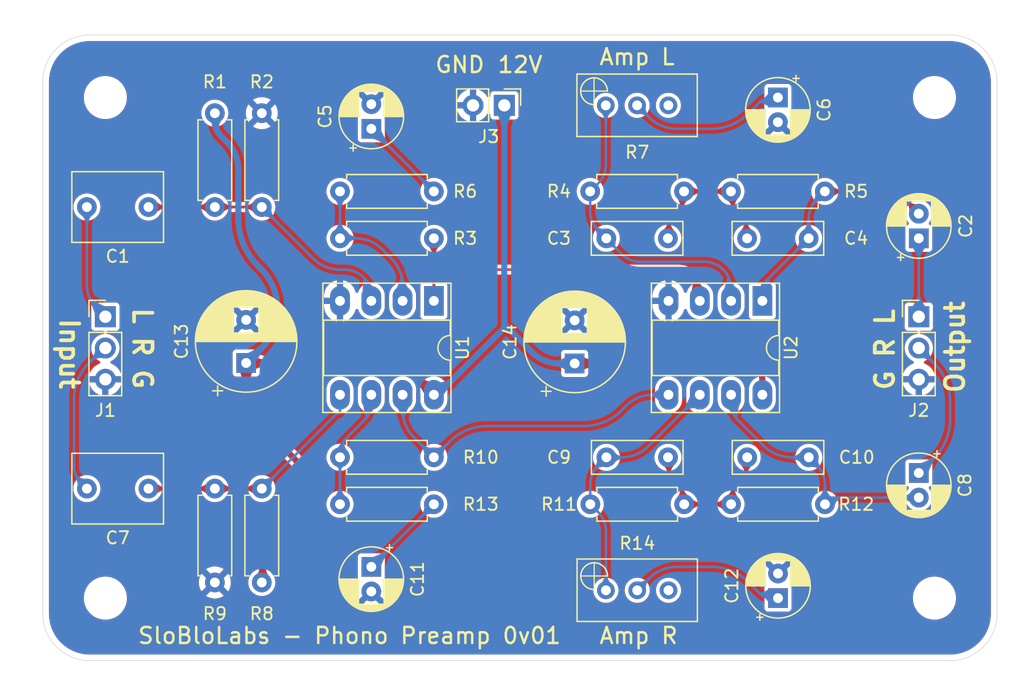
<source format=kicad_pcb>
(kicad_pcb (version 20240108) (generator "pcbnew") (generator_version "8.0")
  (title_block (comment 4 "AISLER Project ID: NXXSLMLE"))
  (layers (0 "F.Cu" signal) (31 "B.Cu" signal) (34 "B.Paste" user) (35 "F.Paste" user) (36 "B.SilkS" user "B.Silkscreen") (37 "F.SilkS" user "F.Silkscreen") (38 "B.Mask" user) (39 "F.Mask" user) (44 "Edge.Cuts" user))
  (net 0 "")
  (net 1 "/input_L")
  (net 2 "/op1in+L")
  (net 3 "/output_L")
  (net 4 "/op2outL")
  (net 5 "Net-(C3-Pad1)")
  (net 6 "/op2in-L")
  (net 7 "GND")
  (net 8 "Net-(C5-Pad1)")
  (net 9 "Net-(C6-Pad1)")
  (net 10 "/input_R")
  (net 11 "/output_R")
  (net 12 "Net-(C10-Pad2)")
  (net 13 "Net-(C11-Pad1)")
  (net 14 "Net-(C12-Pad1)")
  (net 15 "/12V")
  (net 16 "/op1in+R")
  (net 17 "/op2outR")
  (net 18 "/op2in-R")
  (net 19 "/op2in+L")
  (net 20 "/op1in-L")
  (net 21 "/op1in-R")
  (net 22 "/op2in+R")
  (footprint "Resistor_THT:R_Axial_DIN0207_L6.3mm_D2.5mm_P7.62mm_Horizontal" (layer "F.Cu") (at 111.76 100.33)
    (property "Reference" "R10")
    (property "Value" "120k")
  )
  (footprint "Resistor_THT:R_Axial_DIN0207_L6.3mm_D2.5mm_P7.62mm_Horizontal" (layer "F.Cu") (at 101.6 80.01 90)
    (property "Reference" "R1")
    (property "Value" "91k")
  )
  (footprint "Resistor_THT:R_Axial_DIN0207_L6.3mm_D2.5mm_P7.62mm_Horizontal" (layer "F.Cu") (at 111.76 82.55)
    (property "Reference" "R3")
    (property "Value" "120k")
  )
  (footprint "MountingHole:MountingHole_3mm" (layer "F.Cu") (at 160.02 71.12)
    (property "Reference" "H2" (hide yes))
    (property "Value" "MountingHole")
  )
  (footprint "Capacitor_THT:C_Rect_L7.2mm_W2.5mm_P5.00mm_FKS2_FKP2_MKS2_MKP2" (layer "F.Cu") (at 149.82 100.33 180)
    (property "Reference" "C10")
    (property "Value" "1n")
  )
  (footprint "Capacitor_THT:C_Rect_L7.2mm_W5.5mm_P5.00mm_FKS2_FKP2_MKS2_MKP2" (layer "F.Cu") (at 96.21 80.01 180)
    (property "Reference" "C1")
    (property "Value" "1u")
  )
  (footprint "Resistor_THT:R_Axial_DIN0207_L6.3mm_D2.5mm_P7.62mm_Horizontal" (layer "F.Cu") (at 119.38 104.14 180)
    (property "Reference" "R13")
    (property "Value" "10k")
  )
  (footprint "Capacitor_THT:CP_Radial_D8.0mm_P3.50mm" (layer "F.Cu") (at 104.14 92.67 90)
    (property "Reference" "C13")
    (property "Value" "100u")
  )
  (footprint "SloBlo:Potentiometer_Bourns_3296W_Vertical" (layer "F.Cu") (at 133.34 71.755 180)
    (property "Reference" "R7")
    (property "Value" "10k")
  )
  (footprint "Connector_PinHeader_2.54mm:PinHeader_1x03_P2.54mm_Vertical" (layer "F.Cu") (at 158.75 88.915)
    (property "Reference" "J2")
    (property "Value" "Screw_Terminal_01x03")
  )
  (footprint "Capacitor_THT:CP_Radial_D5.0mm_P2.00mm" (layer "F.Cu") (at 147.31 71.12 -90)
    (property "Reference" "C6")
    (property "Value" "22u")
  )
  (footprint "Resistor_THT:R_Axial_DIN0207_L6.3mm_D2.5mm_P7.62mm_Horizontal" (layer "F.Cu") (at 105.41 102.87 -90)
    (property "Reference" "R8")
    (property "Value" "91k")
  )
  (footprint "Resistor_THT:R_Axial_DIN0207_L6.3mm_D2.5mm_P7.62mm_Horizontal" (layer "F.Cu") (at 119.38 78.74 180)
    (property "Reference" "R6")
    (property "Value" "10k")
  )
  (footprint "Capacitor_THT:C_Rect_L7.2mm_W2.5mm_P5.00mm_FKS2_FKP2_MKS2_MKP2" (layer "F.Cu") (at 149.81 82.55 180)
    (property "Reference" "C4")
    (property "Value" "1n")
  )
  (footprint "Capacitor_THT:CP_Radial_D5.0mm_P2.00mm" (layer "F.Cu") (at 158.75 82.55 90)
    (property "Reference" "C2")
    (property "Value" "10u")
  )
  (footprint "Capacitor_THT:C_Rect_L7.2mm_W2.5mm_P5.00mm_FKS2_FKP2_MKS2_MKP2" (layer "F.Cu") (at 138.39 100.33 180)
    (property "Reference" "C9")
    (property "Value" "10n")
  )
  (footprint "Resistor_THT:R_Axial_DIN0207_L6.3mm_D2.5mm_P7.62mm_Horizontal" (layer "F.Cu") (at 105.41 72.39 -90)
    (property "Reference" "R2")
    (property "Value" "100k")
  )
  (footprint "Capacitor_THT:CP_Radial_D8.0mm_P3.50mm" (layer "F.Cu") (at 130.81 92.71 90)
    (property "Reference" "C14")
    (property "Value" "100u")
  )
  (footprint "Capacitor_THT:CP_Radial_D5.0mm_P2.00mm" (layer "F.Cu") (at 147.32 111.76 90)
    (property "Reference" "C12")
    (property "Value" "22u")
  )
  (footprint "Capacitor_THT:C_Rect_L7.2mm_W2.5mm_P5.00mm_FKS2_FKP2_MKS2_MKP2" (layer "F.Cu") (at 138.38 82.55 180)
    (property "Reference" "C3")
    (property "Value" "10n")
  )
  (footprint "Resistor_THT:R_Axial_DIN0207_L6.3mm_D2.5mm_P7.62mm_Horizontal" (layer "F.Cu") (at 132.08 104.14)
    (property "Reference" "R11")
    (property "Value" "1M")
  )
  (footprint "Capacitor_THT:CP_Radial_D5.0mm_P2.00mm" (layer "F.Cu") (at 114.3 109.22 -90)
    (property "Reference" "C11")
    (property "Value" "2u2")
  )
  (footprint "SloBlo:Potentiometer_Bourns_3296W_Vertical" (layer "F.Cu") (at 133.35 111.125 180)
    (property "Reference" "R14")
    (property "Value" "10k")
  )
  (footprint "Capacitor_THT:C_Rect_L7.2mm_W5.5mm_P5.00mm_FKS2_FKP2_MKS2_MKP2" (layer "F.Cu") (at 96.21 102.87 180)
    (property "Reference" "C7")
    (property "Value" "1u")
  )
  (footprint "Package_DIP:DIP-8_W7.62mm_Socket_LongPads" (layer "F.Cu") (at 119.38 87.63 -90)
    (property "Reference" "U1")
    (property "Value" "NE5532")
  )
  (footprint "Resistor_THT:R_Axial_DIN0207_L6.3mm_D2.5mm_P7.62mm_Horizontal" (layer "F.Cu") (at 151.13 104.14 180)
    (property "Reference" "R12")
    (property "Value" "51k")
  )
  (footprint "Capacitor_THT:CP_Radial_D5.0mm_P2.00mm" (layer "F.Cu") (at 158.75 101.6 -90)
    (property "Reference" "C8")
    (property "Value" "10u")
  )
  (footprint "Connector_PinHeader_2.54mm:PinHeader_1x03_P2.54mm_Vertical" (layer "F.Cu") (at 92.71 88.915)
    (property "Reference" "J1")
    (property "Value" "Screw_Terminal_01x03")
  )
  (footprint "MountingHole:MountingHole_3mm" (layer "F.Cu") (at 92.71 71.12)
    (property "Reference" "H1" (hide yes))
    (property "Value" "MountingHole")
  )
  (footprint "MountingHole:MountingHole_3mm" (layer "F.Cu") (at 160.02 111.76)
    (property "Reference" "H4" (hide yes))
    (property "Value" "MountingHole")
  )
  (footprint "Package_DIP:DIP-8_W7.62mm_Socket_LongPads" (layer "F.Cu") (at 146.05 87.63 -90)
    (property "Reference" "U2")
    (property "Value" "TL072")
  )
  (footprint "Resistor_THT:R_Axial_DIN0207_L6.3mm_D2.5mm_P7.62mm_Horizontal" (layer "F.Cu") (at 151.12 78.74 180)
    (property "Reference" "R5")
    (property "Value" "51k")
  )
  (footprint "MountingHole:MountingHole_3mm" (layer "F.Cu") (at 92.71 111.76)
    (property "Reference" "H3" (hide yes))
    (property "Value" "MountingHole")
  )
  (footprint "Resistor_THT:R_Axial_DIN0207_L6.3mm_D2.5mm_P7.62mm_Horizontal" (layer "F.Cu") (at 101.6 110.49 90)
    (property "Reference" "R9")
    (property "Value" "100k")
  )
  (footprint "Capacitor_THT:CP_Radial_D5.0mm_P2.00mm" (layer "F.Cu") (at 114.3 73.66 90)
    (property "Reference" "C5")
    (property "Value" "2u2")
  )
  (footprint "Connector_PinHeader_2.54mm:PinHeader_1x02_P2.54mm_Vertical" (layer "F.Cu") (at 125.1 71.755 -90)
    (property "Reference" "J3")
    (property "Value" "Screw_Terminal_01x02")
  )
  (footprint "Resistor_THT:R_Axial_DIN0207_L6.3mm_D2.5mm_P7.62mm_Horizontal" (layer "F.Cu") (at 132.07 78.74)
    (property "Reference" "R4")
    (property "Value" "1M")
  )
  (gr_line (start 87.63 69.85) (end 87.63 113.03) (stroke (width 0.05)) (layer "Edge.Cuts"))
  (gr_arc (start 87.63 69.85) (mid 88.745923 67.155923) (end 91.44 66.04) (stroke (width 0.05)) (layer "Edge.Cuts"))
  (gr_line (start 161.29 66.04) (end 91.44 66.04) (stroke (width 0.05)) (layer "Edge.Cuts"))
  (gr_line (start 165.1 113.03) (end 165.1 69.85) (stroke (width 0.05)) (layer "Edge.Cuts"))
  (gr_line (start 91.44 116.84) (end 161.29 116.84) (stroke (width 0.05)) (layer "Edge.Cuts"))
  (gr_arc (start 91.44 116.84) (mid 88.745923 115.724077) (end 87.63 113.03) (stroke (width 0.05)) (layer "Edge.Cuts"))
  (gr_arc (start 165.1 113.03) (mid 163.984077 115.724077) (end 161.29 116.84) (stroke (width 0.05)) (layer "Edge.Cuts"))
  (gr_arc (start 161.29 66.04) (mid 163.984077 67.155923) (end 165.1 69.85) (stroke (width 0.05)) (layer "Edge.Cuts"))
  (gr_text "G R L" (at 156.872022 95.022084 90) (layer "F.SilkS") (effects (font (size 1.5 1.5) (thickness 0.3) (bold yes)) (justify left bottom)))
  (gr_text "12V" (at 124.46 69.215 0) (layer "F.SilkS") (effects (font (size 1.3 1.3) (thickness 0.2)) (justify left bottom)))
  (gr_text "GND" (at 119.38 69.215 0) (layer "F.SilkS") (effects (font (size 1.3 1.3) (thickness 0.2)) (justify left bottom)))
  (gr_text "SloBloLabs - Phono Preamp 0v01" (at 95.25 115.57 0) (layer "F.SilkS") (effects (font (size 1.3 1.3) (thickness 0.2)) (justify left bottom)))
  (gr_text "Output" (at 162.56 95.25 90) (layer "F.SilkS") (effects (font (size 1.5 1.5) (thickness 0.3) (bold yes)) (justify left bottom)))
  (gr_text "L R G" (at 94.841094 88.038905 270) (layer "F.SilkS") (effects (font (size 1.5 1.5) (thickness 0.3) (bold yes)) (justify left bottom)))
  (gr_text "Amp R" (at 132.715 115.57 0) (layer "F.SilkS") (effects (font (size 1.3 1.3) (thickness 0.2)) (justify left bottom)))
  (gr_text "Amp L" (at 132.715 68.58 0) (layer "F.SilkS") (effects (font (size 1.3 1.3) (thickness 0.2)) (justify left bottom)))
  (gr_text "Input" (at 88.9 88.915 270) (layer "F.SilkS") (effects (font (size 1.5 1.5) (thickness 0.3) (bold yes)) (justify left bottom)))
  (segment (start 91.96 88.165) (end 92.71 88.915) (width 0.2) (layer "B.Cu") (net 1))
  (segment (start 91.21 86.354339) (end 91.21 80.01) (width 0.2) (layer "B.Cu") (net 1))
  (arc (start 91.96 88.165) (mid 91.404918 87.334261) (end 91.21 86.354339) (width 0.2) (layer "B.Cu") (net 1))
  (segment (start 101.6 80.01) (end 96.21 80.01) (width 0.2) (layer "F.Cu") (net 2))
  (segment (start 101.6 80.01) (end 105.41 80.01) (width 0.2) (layer "F.Cu") (net 2))
  (segment (start 109.591974 84.191974) (end 105.41 80.01) (width 0.2) (layer "B.Cu") (net 2))
  (segment (start 111.76 85.09) (end 112.131974 85.09) (width 0.2) (layer "B.Cu") (net 2))
  (segment (start 114.3 86.995) (end 114.3 87.63) (width 0.2) (layer "B.Cu") (net 2))
  (segment (start 113.850987 85.910987) (end 113.665 85.725) (width 0.2) (layer "B.Cu") (net 2))
  (arc (start 111.76 85.09) (mid 110.586672 84.85661) (end 109.591974 84.191974) (width 0.2) (layer "B.Cu") (net 2))
  (arc (start 112.131974 85.09) (mid 112.961641 85.255031) (end 113.665 85.725) (width 0.2) (layer "B.Cu") (net 2))
  (arc (start 113.850987 85.910987) (mid 114.183305 86.408336) (end 114.3 86.995) (width 0.2) (layer "B.Cu") (net 2))
  (segment (start 158.75 88.915) (end 158.75 82.55) (width 0.2) (layer "B.Cu") (net 3))
  (segment (start 157.845 79.645) (end 158.75 80.55) (width 0.2) (layer "F.Cu") (net 4))
  (segment (start 155.660136 78.74) (end 151.12 78.74) (width 0.2) (layer "F.Cu") (net 4))
  (arc (start 157.845 79.645) (mid 156.842576 78.975201) (end 155.660136 78.74) (width 0.2) (layer "F.Cu") (net 4))
  (segment (start 146.05 86.31) (end 146.05 87.63) (width 0.2) (layer "B.Cu") (net 4))
  (segment (start 150.465 79.395) (end 151.12 78.74) (width 0.2) (layer "B.Cu") (net 4))
  (segment (start 149.81 80.976309) (end 149.81 82.55) (width 0.2) (layer "B.Cu") (net 4))
  (segment (start 149.81 82.55) (end 146.05 86.31) (width 0.2) (layer "B.Cu") (net 4))
  (arc (start 150.465 79.395) (mid 149.980228 80.12051) (end 149.81 80.976309) (width 0.2) (layer "B.Cu") (net 4))
  (segment (start 144.81 81.85085) (end 144.81 82.55) (width 0.2) (layer "F.Cu") (net 5))
  (segment (start 144.315626 80.657326) (end 143.889509 80.231209) (width 0.2) (layer "F.Cu") (net 5))
  (segment (start 143.5 79.29085) (end 143.5 79.015425) (width 0.2) (layer "F.Cu") (net 5))
  (segment (start 138.38 81.85085) (end 138.38 82.55) (width 0.2) (layer "F.Cu") (net 5))
  (segment (start 140.24085 78.74) (end 143.224575 78.74) (width 0.2) (layer "F.Cu") (net 5))
  (segment (start 139.30049 80.231209) (end 138.874373 80.657326) (width 0.2) (layer "F.Cu") (net 5))
  (arc (start 143.5 79.29085) (mid 143.60123 79.799768) (end 143.889509 80.231209) (width 0.2) (layer "F.Cu") (net 5))
  (arc (start 144.315626 80.657326) (mid 144.681516 81.204919) (end 144.81 81.85085) (width 0.2) (layer "F.Cu") (net 5))
  (arc (start 143.5 79.015425) (mid 143.419329 78.82067) (end 143.224575 78.74) (width 0.2) (layer "F.Cu") (net 5))
  (arc (start 138.38 81.85085) (mid 138.508483 81.204919) (end 138.874373 80.657326) (width 0.2) (layer "F.Cu") (net 5))
  (arc (start 139.30049 80.231209) (mid 139.588769 79.799768) (end 139.69 79.29085) (width 0.2) (layer "F.Cu") (net 5))
  (arc (start 140.24085 78.74) (mid 139.85134 78.90134) (end 139.69 79.29085) (width 0.2) (layer "F.Cu") (net 5))
  (segment (start 143.51 86.87915) (end 143.51 87.63) (width 0.2) (layer "F.Cu") (net 6))
  (segment (start 133.020514 82.190514) (end 133.048659 82.218659) (width 0.2) (layer "B.Cu") (net 6))
  (segment (start 143.51 86.623025) (end 143.51 87.63) (width 0.2) (layer "B.Cu") (net 6))
  (segment (start 132.851648 82.021648) (end 132.879793 82.049793) (width 0.2) (layer "B.Cu") (net 6))
  (segment (start 133.994062 83.18084) (end 133.99441 83.184381) (width 0.2) (layer "B.Cu") (net 6))
  (segment (start 135.420567 84.331613) (end 135.622957 84.393008) (width 0.2) (layer "B.Cu") (net 6))
  (segment (start 133.984711 83.154711) (end 133.048659 82.218659) (width 0.2) (layer "B.Cu") (net 6))
  (segment (start 133.991984 83.166846) (end 133.993018 83.170251) (width 0.2) (layer "B.Cu") (net 6))
  (segment (start 133.988945 83.16042) (end 133.990623 83.163558) (width 0.2) (layer "B.Cu") (net 6))
  (segment (start 133.994062 83.177281) (end 133.994062 83.18084) (width 0.2) (layer "B.Cu") (net 6))
  (segment (start 135.420567 84.331613) (end 135.22517 84.250677) (width 0.2) (layer "B.Cu") (net 6))
  (segment (start 134.699304 83.899304) (end 134.00341 83.20341) (width 0.2) (layer "B.Cu") (net 6))
  (segment (start 135.038647 84.150978) (end 135.22517 84.250677) (width 0.2) (layer "B.Cu") (net 6))
  (segment (start 132.964226 82.134226) (end 132.936082 82.106082) (width 0.2) (layer "B.Cu") (net 6))
  (segment (start 132.725 81.895) (end 132.851648 82.021648) (width 0.2) (layer "B.Cu") (net 6))
  (segment (start 134.001152 83.200659) (end 133.999176 83.197701) (width 0.2) (layer "B.Cu") (net 6))
  (segment (start 132.907938 82.077938) (end 132.936082 82.106082) (width 0.2) (layer "B.Cu") (net 6))
  (segment (start 132.879793 82.049793) (end 132.907938 82.077938) (width 0.2) (layer "B.Cu") (net 6))
  (segment (start 136.040867 84.455) (end 141.341974 84.455) (width 0.2) (layer "B.Cu") (net 6))
  (segment (start 133.996136 83.191275) (end 133.997498 83.194563) (width 0.2) (layer "B.Cu") (net 6))
  (segment (start 133.997498 83.194563) (end 133.999176 83.197701) (width 0.2) (layer "B.Cu") (net 6))
  (segment (start 134.001152 83.200659) (end 134.00341 83.20341) (width 0.2) (layer "B.Cu") (net 6))
  (segment (start 133.993712 83.17374) (end 133.994062 83.177281) (width 0.2) (layer "B.Cu") (net 6))
  (segment (start 133.995104 83.18787) (end 133.996136 83.191275) (width 0.2) (layer "B.Cu") (net 6))
  (segment (start 133.986969 83.157462) (end 133.988945 83.16042) (width 0.2) (layer "B.Cu") (net 6))
  (segment (start 133.995104 83.18787) (end 133.99441 83.184381) (width 0.2) (layer "B.Cu") (net 6))
  (segment (start 134.862793 84.033476) (end 135.038647 84.150978) (width 0.2) (layer "B.Cu") (net 6))
  (segment (start 132.07 79.638025) (end 132.07 80.31369) (width 0.2) (layer "B.Cu") (net 6))
  (segment (start 135.830389 84.434269) (end 136.040867 84.455) (width 0.2) (layer "B.Cu") (net 6))
  (segment (start 132.99237 82.16237) (end 133.020514 82.190514) (width 0.2) (layer "B.Cu") (net 6))
  (segment (start 133.34 76.571974) (end 133.34 71.755) (width 0.2) (layer "B.Cu") (net 6))
  (segment (start 135.622957 84.393008) (end 135.830389 84.434269) (width 0.2) (layer "B.Cu") (net 6))
  (segment (start 132.964226 82.134226) (end 132.99237 82.16237) (width 0.2) (layer "B.Cu") (net 6))
  (segment (start 133.991984 83.166846) (end 133.990623 83.163558) (width 0.2) (layer "B.Cu") (net 6))
  (segment (start 133.993712 83.17374) (end 133.993018 83.170251) (width 0.2) (layer "B.Cu") (net 6))
  (segment (start 133.984711 83.154711) (end 133.986969 83.157462) (width 0.2) (layer "B.Cu") (net 6))
  (segment (start 134.699304 83.899304) (end 134.862793 84.033476) (width 0.2) (layer "B.Cu") (net 6))
  (arc (start 132.725 81.895) (mid 132.240228 81.169488) (end 132.07 80.31369) (width 0.2) (layer "B.Cu") (net 6))
  (arc (start 142.875 85.09) (mid 142.171641 84.620031) (end 141.341974 84.455) (width 0.2) (layer "B.Cu") (net 6))
  (arc (start 133.34 76.571974) (mid 133.174968 77.401641) (end 132.705 78.105) (width 0.2) (layer "B.Cu") (net 6))
  (arc (start 142.875 85.09) (mid 143.344968 85.793357) (end 143.51 86.623025) (width 0.2) (layer "B.Cu") (net 6))
  (arc (start 132.07 79.638025) (mid 132.235031 78.808357) (end 132.705 78.105) (width 0.2) (layer "B.Cu") (net 6))
  (segment (start 114.3 73.66) (end 119.38 78.74) (width 0.2) (layer "B.Cu") (net 8))
  (segment (start 146.75915 71.12) (end 147.31 71.12) (width 0.2) (layer "B.Cu") (net 9))
  (segment (start 139.132038 73.66) (end 141.872248 73.66) (width 0.2) (layer "B.Cu") (net 9))
  (segment (start 136.8325 72.7075) (end 135.88 71.755) (width 0.2) (layer "B.Cu") (net 9))
  (segment (start 145.81879 71.509509) (end 144.9383 72.39) (width 0.2) (layer "B.Cu") (net 9))
  (arc (start 141.872248 73.66) (mid 143.531583 73.329937) (end 144.9383 72.39) (width 0.2) (layer "B.Cu") (net 9))
  (arc (start 136.8325 72.7075) (mid 137.887537 73.412453) (end 139.132038 73.66) (width 0.2) (layer "B.Cu") (net 9))
  (arc (start 146.75915 71.12) (mid 146.25023 71.22123) (end 145.81879 71.509509) (width 0.2) (layer "B.Cu") (net 9))
  (segment (start 90.69 102.35) (end 91.21 102.87) (width 0.2) (layer "B.Cu") (net 10))
  (segment (start 90.17 101.094608) (end 90.17 95.5891) (width 0.2) (layer "B.Cu") (net 10))
  (segment (start 92.549874 91.496825) (end 91.38085 92.66585) (width 0.2) (layer "B.Cu") (net 10))
  (segment (start 92.65085 91.455) (end 92.71 91.455) (width 0.2) (layer "B.Cu") (net 10))
  (arc (start 90.17 95.5891) (mid 90.484689 94.007048) (end 91.38085 92.66585) (width 0.2) (layer "B.Cu") (net 10))
  (arc (start 90.17 101.094608) (mid 90.305143 101.774021) (end 90.69 102.35) (width 0.2) (layer "B.Cu") (net 10))
  (arc (start 92.549874 91.496825) (mid 92.596202 91.465869) (end 92.65085 91.455) (width 0.2) (layer "B.Cu") (net 10))
  (segment (start 160.02 92.725) (end 158.75 91.455) (width 0.2) (layer "B.Cu") (net 11))
  (segment (start 160.02 100.33) (end 158.75 101.6) (width 0.2) (layer "B.Cu") (net 11))
  (segment (start 161.29 97.263948) (end 161.29 95.791051) (width 0.2) (layer "B.Cu") (net 11))
  (arc (start 161.29 97.263948) (mid 160.959937 98.923283) (end 160.02 100.33) (width 0.2) (layer "B.Cu") (net 11))
  (arc (start 160.02 92.725) (mid 160.959937 94.131716) (end 161.29 95.791051) (width 0.2) (layer "B.Cu") (net 11))
  (segment (start 144.82 101.02915) (end 144.82 100.33) (width 0.2) (layer "F.Cu") (net 12))
  (segment (start 138.39 101.02915) (end 138.39 100.33) (width 0.2) (layer "F.Cu") (net 12))
  (segment (start 139.975425 104.14) (end 142.95915 104.14) (width 0.2) (layer "F.Cu") (net 12))
  (segment (start 139.31049 102.64879) (end 138.884373 102.222673) (width 0.2) (layer "F.Cu") (net 12))
  (segment (start 144.325626 102.222673) (end 143.899509 102.648789) (width 0.2) (layer "F.Cu") (net 12))
  (segment (start 139.7 103.864575) (end 139.7 103.58915) (width 0.2) (layer "F.Cu") (net 12))
  (arc (start 139.31049 102.64879) (mid 139.598769 103.08023) (end 139.7 103.58915) (width 0.2) (layer "F.Cu") (net 12))
  (arc (start 143.51 103.58915) (mid 143.61123 103.08023) (end 143.899509 102.648789) (width 0.2) (layer "F.Cu") (net 12))
  (arc (start 138.39 101.02915) (mid 138.518483 101.67508) (end 138.884373 102.222673) (width 0.2) (layer "F.Cu") (net 12))
  (arc (start 144.82 101.02915) (mid 144.691516 101.67508) (end 144.325626 102.222673) (width 0.2) (layer "F.Cu") (net 12))
  (arc (start 139.975425 104.14) (mid 139.78067 104.059329) (end 139.7 103.864575) (width 0.2) (layer "F.Cu") (net 12))
  (arc (start 143.51 103.58915) (mid 143.348659 103.978659) (end 142.95915 104.14) (width 0.2) (layer "F.Cu") (net 12))
  (segment (start 114.3 109.22) (end 119.38 104.14) (width 0.2) (layer "B.Cu") (net 13))
  (segment (start 141.882248 109.22) (end 139.142038 109.22) (width 0.2) (layer "B.Cu") (net 14))
  (segment (start 136.8425 110.1725) (end 135.89 111.125) (width 0.2) (layer "B.Cu") (net 14))
  (segment (start 145.82879 111.37049) (end 144.9483 110.49) (width 0.2) (layer "B.Cu") (net 14))
  (segment (start 146.76915 111.76) (end 147.32 111.76) (width 0.2) (layer "B.Cu") (net 14))
  (arc (start 139.142038 109.22) (mid 137.897537 109.467546) (end 136.8425 110.1725) (width 0.2) (layer "B.Cu") (net 14))
  (arc (start 141.882248 109.22) (mid 143.541583 109.550062) (end 144.9483 110.49) (width 0.2) (layer "B.Cu") (net 14))
  (arc (start 145.82879 111.37049) (mid 146.26023 111.658769) (end 146.76915 111.76) (width 0.2) (layer "B.Cu") (net 14))
  (segment (start 115.043948 92.71) (end 109.8234 92.71) (width 0.5) (layer "F.Cu") (net 15))
  (segment (start 118.11 93.98) (end 119.38 95.25) (width 0.5) (layer "F.Cu") (net 15))
  (segment (start 146.05 94.055712) (end 146.05 95.25) (width 0.5) (layer "F.Cu") (net 15))
  (segment (start 105.41 109.81415) (end 105.41 110.49) (width 0.5) (layer "F.Cu") (net 15))
  (segment (start 105.50118 97.88118) (end 107.901846 100.281846) (width 0.5) (layer "F.Cu") (net 15))
  (segment (start 144.704287 92.71) (end 130.81 92.71) (width 0.5) (layer "F.Cu") (net 15))
  (segment (start 104.14 92.67) (end 109.8234 92.67) (width 0.5) (layer "F.Cu") (net 15))
  (segment (start 104.14 94.595) (end 104.14 92.67) (width 0.5) (layer "F.Cu") (net 15))
  (segment (start 105.887898 108.660401) (end 107.901846 106.646453) (width 0.5) (layer "F.Cu") (net 15))
  (arc (start 104.14 94.595) (mid 104.493759 96.373467) (end 105.50118 97.88118) (width 0.5) (layer "F.Cu") (net 15))
  (arc (start 105.887898 108.660401) (mid 105.534201 109.189745) (end 105.41 109.81415) (width 0.5) (layer "F.Cu") (net 15))
  (arc (start 145.65585 93.10415) (mid 145.219269 92.812436) (end 144.704287 92.71) (width 0.5) (layer "F.Cu") (net 15))
  (arc (start 145.65585 93.10415) (mid 145.947563 93.54073) (end 146.05 94.055712) (width 0.5) (layer "F.Cu") (net 15))
  (arc (start 115.043948 92.71) (mid 116.703283 93.040062) (end 118.11 93.98) (width 0.5) (layer "F.Cu") (net 15))
  (arc (start 109.22 103.46415) (mid 108.877422 105.1864) (end 107.901846 106.646453) (width 0.5) (layer "F.Cu") (net 15))
  (arc (start 109.22 103.46415) (mid 108.877422 101.741899) (end 107.901846 100.281846) (width 0.5) (layer "F.Cu") (net 15))
  (segment (start 103.505 80.939935) (end 103.505 76.993738) (width 0.5) (layer "B.Cu") (net 15))
  (segment (start 105.332961 85.012961) (end 105.0925 84.7725) (width 0.5) (layer "B.Cu") (net 15))
  (segment (start 127.371974 91.811974) (end 125.199242 89.639242) (width 0.5) (layer "B.Cu") (net 15))
  (segment (start 125.1 89.39965) (end 125.1 71.755) (width 0.5) (layer "B.Cu") (net 15))
  (segment (start 119.773477 95.147222) (end 125.000757 89.919942) (width 0.5) (layer "B.Cu") (net 15))
  (segment (start 105.43 91.42) (end 104.194142 92.655857) (width 0.5) (layer "B.Cu") (net 15))
  (segment (start 104.16 92.67) (end 104.14 92.67) (width 0.5) (layer "B.Cu") (net 15))
  (segment (start 106.68 88.402233) (end 106.68 88.265) (width 0.5) (layer "B.Cu") (net 15))
  (segment (start 119.52535 95.25) (end 119.38 95.25) (width 0.5) (layer "B.Cu") (net 15))
  (segment (start 102.077898 74.219598) (end 102.5525 74.6942) (width 0.5) (layer "B.Cu") (net 15))
  (segment (start 129.54 92.71) (end 130.81 92.71) (width 0.5) (layer "B.Cu") (net 15))
  (segment (start 101.6 73.06585) (end 101.6 72.39) (width 0.5) (layer "B.Cu") (net 15))
  (segment (start 125.1 89.68035) (end 125.1 89.39965) (width 0.5) (layer "B.Cu") (net 15))
  (arc (start 102.077898 74.219598) (mid 101.724201 73.690253) (end 101.6 73.06585) (width 0.5) (layer "B.Cu") (net 15))
  (arc (start 127.371974 91.811974) (mid 128.366672 92.47661) (end 129.54 92.71) (width 0.5) (layer "B.Cu") (net 15))
  (arc (start 103.505 76.993738) (mid 103.257453 75.749237) (end 102.5525 74.6942) (width 0.5) (layer "B.Cu") (net 15))
  (arc (start 106.68 88.265) (mid 106.329915 86.505009) (end 105.332961 85.012961) (width 0.5) (layer "B.Cu") (net 15))
  (arc (start 119.773477 95.147222) (mid 119.659635 95.223288) (end 119.52535 95.25) (width 0.5) (layer "B.Cu") (net 15))
  (arc (start 104.16 92.67) (mid 104.178477 92.666324) (end 104.194142 92.655857) (width 0.5) (layer "B.Cu") (net 15))
  (arc (start 125.1 89.68035) (mid 125.135887 89.62664) (end 125.199242 89.639242) (width 0.5) (layer "B.Cu") (net 15))
  (arc (start 105.43 91.42) (mid 106.355135 90.035436) (end 106.68 88.402233) (width 0.5) (layer "B.Cu") (net 15))
  (arc (start 125.1 89.39965) (mid 125.125792 89.529316) (end 125.199242 89.639242) (width 0.5) (layer "B.Cu") (net 15))
  (arc (start 103.505 80.939935) (mid 103.917577 83.014104) (end 105.0925 84.7725) (width 0.5) (layer "B.Cu") (net 15))
  (arc (start 125.1 89.68035) (mid 125.074207 89.810016) (end 125.000757 89.919942) (width 0.5) (layer "B.Cu") (net 15))
  (segment (start 101.6 102.87) (end 96.21 102.87) (width 0.2) (layer "F.Cu") (net 16))
  (segment (start 101.6 102.87) (end 105.41 102.87) (width 0.2) (layer "F.Cu") (net 16))
  (segment (start 111.76 96.63585) (end 111.76 95.25) (width 0.2) (layer "B.Cu") (net 16))
  (segment (start 111.446381 96.833618) (end 105.41 102.87) (width 0.2) (layer "B.Cu") (net 16))
  (arc (start 111.446381 96.833618) (mid 111.537118 96.772989) (end 111.64415 96.7517) (width 0.2) (layer "B.Cu") (net 16))
  (arc (start 111.64415 96.7517) (mid 111.726068 96.717768) (end 111.76 96.63585) (width 0.2) (layer "B.Cu") (net 16))
  (segment (start 151.4 103.6) (end 158.75 103.6) (width 0.2) (layer "B.Cu") (net 17))
  (segment (start 151.13 103.87) (end 151.13 103.33) (width 0.2) (layer "B.Cu") (net 17))
  (segment (start 143.51 96.00085) (end 143.51 95.25) (width 0.2) (layer "B.Cu") (net 17))
  (segment (start 150.1475 100.6575) (end 150.475 100.985) (width 0.2) (layer "B.Cu") (net 17))
  (segment (start 151.13 103.87) (end 151.13 104.14) (width 0.2) (layer "B.Cu") (net 17))
  (segment (start 151.13 103.33) (end 151.13 102.566309) (width 0.2) (layer "B.Cu") (net 17))
  (segment (start 146.122498 99.364198) (end 144.040931 97.282631) (width 0.2) (layer "B.Cu") (net 17))
  (segment (start 148.45415 100.33) (end 149.356845 100.33) (width 0.2) (layer "B.Cu") (net 17))
  (arc (start 143.51 96.00085) (mid 143.647984 96.694544) (end 144.040931 97.282631) (width 0.2) (layer "B.Cu") (net 17))
  (arc (start 150.1475 100.6575) (mid 149.784744 100.415114) (end 149.356845 100.33) (width 0.2) (layer "B.Cu") (net 17))
  (arc (start 150.475 100.985) (mid 150.959771 101.71051) (end 151.13 102.566309) (width 0.2) (layer "B.Cu") (net 17))
  (arc (start 151.13 103.33) (mid 151.209081 103.520918) (end 151.4 103.6) (width 0.2) (layer "B.Cu") (net 17))
  (arc (start 151.13 103.87) (mid 151.209081 103.679081) (end 151.4 103.6) (width 0.2) (layer "B.Cu") (net 17))
  (arc (start 146.122498 99.364198) (mid 147.192269 100.078996) (end 148.45415 100.33) (width 0.2) (layer "B.Cu") (net 17))
  (segment (start 132.735 100.985) (end 133.0625 100.6575) (width 0.2) (layer "B.Cu") (net 18))
  (segment (start 133.853154 100.33) (end 134.64 100.33) (width 0.2) (layer "B.Cu") (net 18))
  (segment (start 140.97 95.625425) (end 140.97 96.00085) (width 0.2) (layer "B.Cu") (net 18))
  (segment (start 140.704534 95.515465) (end 136.773883 99.446116) (width 0.2) (layer "B.Cu") (net 18))
  (segment (start 132.08 102.566309) (end 132.08 103.241974) (width 0.2) (layer "B.Cu") (net 18))
  (segment (start 133.35 106.308025) (end 133.35 111.125) (width 0.2) (layer "B.Cu") (net 18))
  (arc (start 136.773883 99.446116) (mid 135.794849 100.100286) (end 134.64 100.33) (width 0.2) (layer "B.Cu") (net 18))
  (arc (start 132.715 104.775) (mid 132.245031 104.071641) (end 132.08 103.241974) (width 0.2) (layer "B.Cu") (net 18))
  (arc (start 140.97 95.625425) (mid 140.874003 95.481755) (end 140.704534 95.515465) (width 0.2) (layer "B.Cu") (net 18))
  (arc (start 132.735 100.985) (mid 132.250228 101.71051) (end 132.08 102.566309) (width 0.2) (layer "B.Cu") (net 18))
  (arc (start 133.35 106.308025) (mid 133.184968 105.478357) (end 132.715 104.775) (width 0.2) (layer "B.Cu") (net 18))
  (arc (start 133.853154 100.33) (mid 133.425255 100.415114) (end 133.0625 100.6575) (width 0.2) (layer "B.Cu") (net 18))
  (segment (start 119.38 85.482283) (end 119.38 85.494353) (width 0.2) (layer "F.Cu") (net 19))
  (segment (start 119.38 85.421932) (end 119.38 85.434002) (width 0.2) (layer "F.Cu") (net 19))
  (segment (start 119.38 86.940397) (end 119.38 86.949909) (width 0.2) (layer "F.Cu") (net 19))
  (segment (start 119.38 85.035682) (end 119.38 85.047752) (width 0.2) (layer "F.Cu") (net 19))
  (segment (start 119.38 84.854627) (end 119.38 84.866697) (width 0.2) (layer "F.Cu") (net 19))
  (segment (start 119.38 85.965095) (end 119.38 85.977166) (width 0.2) (layer "F.Cu") (net 19))
  (segment (start 119.38 85.965095) (end 119.38 85.953025) (width 0.2) (layer "F.Cu") (net 19))
  (segment (start 119.38 85.892674) (end 119.38 85.880603) (width 0.2) (layer "F.Cu") (net 19))
  (segment (start 119.38 85.554704) (end 119.38 85.566775) (width 0.2) (layer "F.Cu") (net 19))
  (segment (start 119.38 84.540799) (end 119.38 84.552869) (width 0.2) (layer "F.Cu") (net 19))
  (segment (start 119.38 84.902908) (end 119.38 84.914978) (width 0.2) (layer "F.Cu") (net 19))
  (segment (start 119.38 84.61322) (end 119.38 84.625291) (width 0.2) (layer "F.Cu") (net 19))
  (segment (start 119.38 86.968932) (end 119.38 86.95942) (width 0.2) (layer "F.Cu") (net 19))
  (segment (start 119.38 86.399627) (end 119.38 86.411697) (width 0.2) (layer "F.Cu") (net 19))
  (segment (start 119.38 86.447908) (end 119.38 86.459978) (width 0.2) (layer "F.Cu") (net 19))
  (segment (start 119.38 86.447908) (end 119.38 86.435838) (width 0.2) (layer "F.Cu") (net 19))
  (segment (start 119.38 87.187702) (end 119.38 87.197214) (width 0.2) (layer "F.Cu") (net 19))
  (segment (start 119.38 85.204666) (end 119.38 85.216737) (width 0.2) (layer "F.Cu") (net 19))
  (segment (start 119.38 87.140144) (end 119.38 87.149655) (width 0.2) (layer "F.Cu") (net 19))
  (segment (start 119.38 87.045027) (end 119.38 87.054538) (width 0.2) (layer "F.Cu") (net 19))
  (segment (start 119.38 86.15822) (end 119.38 86.14615) (width 0.2) (layer "F.Cu") (net 19))
  (segment (start 119.38 84.806345) (end 119.38 84.818416) (width 0.2) (layer "F.Cu") (net 19))
  (segment (start 119.38 86.816745) (end 119.38 86.807233) (width 0.2) (layer "F.Cu") (net 19))
  (segment (start 119.38 84.745994) (end 119.38 84.758064) (width 0.2) (layer "F.Cu") (net 19))
  (segment (start 119.38 85.602987) (end 119.38 85.590916) (width 0.2) (layer "F.Cu") (net 19))
  (segment (start 119.38 86.778699) (end 119.38 86.769187) (width 0.2) (layer "F.Cu") (net 19))
  (segment (start 119.38 84.99947) (end 119.38 84.9874) (width 0.2) (layer "F.Cu") (net 19))
  (segment (start 119.38 87.225749) (end 119.38 87.235261) (width 0.2) (layer "F.Cu") (net 19))
  (segment (start 119.38 87.254284) (end 119.38 87.244772) (width 0.2) (layer "F.Cu") (net 19))
  (segment (start 119.38 84.359744) (end 119.38 84.371814) (width 0.2) (layer "F.Cu") (net 19))
  (segment (start 119.38 85.277088) (end 119.38 85.289158) (width 0.2) (layer "F.Cu") (net 19))
  (segment (start 119.38 85.687478) (end 119.38 85.699549) (width 0.2) (layer "F.Cu") (net 19))
  (segment (start 119.38 86.230643) (end 119.38 86.242713) (width 0.2) (layer "F.Cu") (net 19))
  (segment (start 119.38 85.289158) (end 119.38 85.301228) (width 0.2) (layer "F.Cu") (net 19))
  (segment (start 119.38 86.484119) (end 119.38 86.496189) (width 0.2) (layer "F.Cu") (net 19))
  (segment (start 119.38 84.480447) (end 119.38 84.492518) (width 0.2) (layer "F.Cu") (net 19))
  (segment (start 119.38 87.320865) (end 119.38 87.63) (width 0.2) (layer "F.Cu") (net 19))
  (segment (start 119.38 85.434002) (end 119.38 85.446072) (width 0.2) (layer "F.Cu") (net 19))
  (segment (start 119.38 84.975329) (end 119.38 84.9874) (width 0.2) (layer "F.Cu") (net 19))
  (segment (start 119.38 85.071893) (end 119.38 85.059822) (width 0.2) (layer "F.Cu") (net 19))
  (segment (start 119.38 85.506424) (end 119.38 85.518494) (width 0.2) (layer "F.Cu") (net 19))
  (segment (start 119.38 84.830487) (end 119.38 84.842557) (width 0.2) (layer "F.Cu") (net 19))
  (segment (start 119.38 86.013377) (end 119.38 86.025447) (width 0.2) (layer "F.Cu") (net 19))
  (segment (start 119.38 84.782204) (end 119.38 84.794275) (width 0.2) (layer "F.Cu") (net 19))
  (segment (start 119.38 86.351345) (end 119.38 86.363416) (width 0.2) (layer "F.Cu") (net 19))
  (segment (start 119.38 86.375487) (end 119.38 86.363416) (width 0.2) (layer "F.Cu") (net 19))
  (segment (start 119.38 85.361579) (end 119.38 85.349509) (width 0.2) (layer "F.Cu") (net 19))
  (segment (start 119.38 86.472049) (end 119.38 86.484119) (width 0.2) (layer "F.Cu") (net 19))
  (segment (start 119.38 85.240877) (end 119.38 85.252947) (width 0.2) (layer "F.Cu") (net 19))
  (segment (start 119.38 84.99947) (end 119.38 85.011541) (width 0.2) (layer "F.Cu") (net 19))
  (segment (start 119.38 85.747829) (end 119.38 85.7599) (width 0.2) (layer "F.Cu") (net 19))
  (segment (start 119.38 87.273307) (end 119.38 87.282818) (width 0.2) (layer "F.Cu") (net 19))
  (segment (start 119.38 86.423768) (end 119.38 86.435838) (width 0.2) (layer "F.Cu") (net 19))
  (segment (start 119.38 85.083963) (end 119.38 85.096033) (width 0.2) (layer "F.Cu") (net 19))
  (segment (start 119.38 86.411697) (end 119.38 86.423768) (width 0.2) (layer "F.Cu") (net 19))
  (segment (start 119.38 86.520329) (end 119.38 86.508259) (width 0.2) (layer "F.Cu") (net 19))
  (segment (start 119.38 85.071893) (end 119.38 85.083963) (width 0.2) (layer "F.Cu") (net 19))
  (segment (start 119.38 84.782204) (end 119.38 84.770134) (width 0.2) (layer "F.Cu") (net 19))
  (segment (start 119.38 86.206502) (end 119.38 86.218572) (width 0.2) (layer "F.Cu") (net 19))
  (segment (start 119.38 84.794275) (end 119.38 84.806345) (width 0.2) (layer "F.Cu") (net 19))
  (segment (start 119.38 85.313299) (end 119.38 85.301228) (width 0.2) (layer "F.Cu") (net 19))
  (segment (start 119.38 86.254783) (end 119.38 86.266853) (width 0.2) (layer "F.Cu") (net 19))
  (segment (start 119.38 84.914978) (end 119.38 84.927049) (width 0.2) (layer "F.Cu") (net 19))
  (segment (start 119.38 85.228807) (end 119.38 85.240877) (width 0.2) (layer "F.Cu") (net 19))
  (segment (start 119.38 87.178191) (end 119.38 87.168678) (width 0.2) (layer "F.Cu") (net 19))
  (segment (start 119.38 84.564939) (end 119.38 84.577009) (width 0.2) (layer "F.Cu") (net 19))
  (segment (start 119.38 84.492518) (end 119.38 84.504588) (width 0.2) (layer "F.Cu") (net 19))
  (segment (start 119.38 87.083074) (end 119.38 87.092585) (width 0.2) (layer "F.Cu") (net 19))
  (segment (start 119.38 84.589079) (end 119.38 84.60115) (width 0.2) (layer "F.Cu") (net 19))
  (segment (start 119.38 86.218572) (end 119.38 86.230643) (width 0.2) (layer "F.Cu") (net 19))
  (segment (start 119.38 84.842557) (end 119.38 84.854627) (width 0.2) (layer "F.Cu") (net 19))
  (segment (start 119.38 86.73114) (end 119.38 86.740652) (width 0.2) (layer "F.Cu") (net 19))
  (segment (start 119.38 86.949909) (end 119.38 86.95942) (width 0.2) (layer "F.Cu") (net 19))
  (segment (start 119.38 86.740652) (end 119.38 86.750163) (width 0.2) (layer "F.Cu") (net 19))
  (segment (start 119.38 85.602987) (end 119.38 85.615057) (width 0.2) (layer "F.Cu") (net 19))
  (segment (start 119.38 85.844393) (end 119.38 85.832322) (width 0.2) (layer "F.Cu") (net 19))
  (segment (start 119.38 85.711619) (end 119.38 85.723689) (width 0.2) (layer "F.Cu") (net 19))
  (segment (start 119.38 84.758064) (end 119.38 84.770134) (width 0.2) (layer "F.Cu") (net 19))
  (segment (start 119.38 87.292331) (end 119.38 87.301842) (width 0.2) (layer "F.Cu") (net 19))
  (segment (start 119.38 85.409862) (end 119.38 85.421932) (width 0.2) (layer "F.Cu") (net 19))
  (segment (start 119.38 85.796112) (end 119.38 85.784041) (width 0.2) (layer "F.Cu") (net 19))
  (segment (start 119.38 84.733924) (end 119.38 84.745994) (width 0.2) (layer "F.Cu") (net 19))
  (segment (start 119.38 84.721853) (end 119.38 84.733924) (width 0.2) (layer "F.Cu") (net 19))
  (segment (start 119.38 85.651268) (end 119.38 85.663338) (width 0.2) (layer "F.Cu") (net 19))
  (segment (start 119.38 86.968932) (end 119.38 86.978443) (width 0.2) (layer "F.Cu") (net 19))
  (segment (start 119.38 86.085799) (end 119.38 86.073728) (width 0.2) (layer "F.Cu") (net 19))
  (segment (start 119.38 84.347674) (end 119.38 84.335603) (width 0.2) (layer "F.Cu") (net 19))
  (segment (start 119.38 87.159167) (end 119.38 87.168678) (width 0.2) (layer "F.Cu") (net 19))
  (segment (start 119.38 84.637362) (end 119.38 84.649432) (width 0.2) (layer "F.Cu") (net 19))
  (segment (start 119.38 85.192595) (end 119.38 85.204666) (width 0.2) (layer "F.Cu") (net 19))
  (segment (start 119.38 86.109939) (end 119.38 86.122009) (width 0.2) (layer "F.Cu") (net 19))
  (segment (start 119.38 86.580682) (end 119.38 86.592752) (width 0.2) (layer "F.Cu") (net 19))
  (segment (start 119.38 85.578845) (end 119.38 85.590916) (width 0.2) (layer "F.Cu") (net 19))
  (segment (start 119.38 86.987956) (end 119.38 86.997467) (width 0.2) (layer "F.Cu") (net 19))
  (segment (start 119.38 86.873816) (end 119.38 86.864303) (width 0.2) (layer "F.Cu") (net 19))
  (segment (start 119.38 85.518494) (end 119.38 85.530564) (width 0.2) (layer "F.Cu") (net 19))
  (segment (start 119.38 86.759676) (end 119.38 86.750163) (width 0.2) (layer "F.Cu") (net 19))
  (segment (start 119.38 85.868533) (end 119.38 85.880603) (width 0.2) (layer "F.Cu") (net 19))
  (segment (start 119.38 87.064051) (end 119.38 87.054538) (width 0.2) (layer "F.Cu") (net 19))
  (segment (start 119.38 86.911863) (end 119.38 86.90235) (width 0.2) (layer "F.Cu") (net 19))
  (segment (start 119.38 86.097869) (end 119.38 86.109939) (width 0.2) (layer "F.Cu") (net 19))
  (segment (start 119.38 87.178191) (end 119.38 87.187702) (width 0.2) (layer "F.Cu") (net 19))
  (segment (start 119.38 85.892674) (end 119.38 85.904744) (width 0.2) (layer "F.Cu") (net 19))
  (segment (start 119.38 87.311354) (end 119.38 87.320865) (width 0.2) (layer "F.Cu") (net 19))
  (segment (start 119.38 86.013377) (end 119.38 86.001307) (width 0.2) (layer "F.Cu") (net 19))
  (segment (start 119.38 86.375487) (end 119.38 86.387557) (width 0.2) (layer "F.Cu") (net 19))
  (segment (start 119.38 84.432166) (end 119.38 84.444237) (width 0.2) (layer "F.Cu") (net 19))
  (segment (start 119.38 84.347674) (end 119.38 84.359744) (width 0.2) (layer "F.Cu") (net 19))
  (segment (start 119.38 86.520329) (end 119.38 86.5324) (width 0.2) (layer "F.Cu") (net 19))
  (segment (start 119.38 84.420095) (end 119.38 84.408025) (width 0.2) (layer "F.Cu") (net 19))
  (segment (start 119.38 86.592752) (end 119.38 86.604822) (width 0.2) (layer "F.Cu") (net 19))
  (segment (start 139.197511 85.09) (end 119.37995 85.09) (width 0.2) (layer "F.Cu") (net 19))
  (segment (start 119.38 85.989237) (end 119.38 86.001307) (width 0.2) (layer "F.Cu") (net 19))
  (segment (start 119.38 85.337439) (end 119.38 85.349509) (width 0.2) (layer "F.Cu") (net 19))
  (segment (start 119.38 87.216238) (end 119.38 87.206725) (width 0.2) (layer "F.Cu") (net 19))
  (segment (start 119.38 86.085799) (end 119.38 86.097869) (width 0.2) (layer "F.Cu") (net 19))
  (segment (start 119.38 85.723689) (end 119.38 85.735759) (width 0.2) (layer "F.Cu") (net 19))
  (segment (start 119.38 85.530564) (end 119.38 85.542634) (width 0.2) (layer "F.Cu") (net 19))
  (segment (start 119.38 86.616892) (end 119.38 86.628963) (width 0.2) (layer "F.Cu") (net 19))
  (segment (start 119.38 84.323532) (end 119.38 82.55) (width 0.2) (layer "F.Cu") (net 19))
  (segment (start 119.38 84.878768) (end 119.38 84.890838) (width 0.2) (layer "F.Cu") (net 19))
  (segment (start 119.38 84.420095) (end 119.38 84.432166) (width 0.2) (layer "F.Cu") (net 19))
  (segment (start 119.38 86.854792) (end 119.38 86.864303) (width 0.2) (layer "F.Cu") (net 19))
  (segment (start 119.38 86.339275) (end 119.38 86.351345) (width 0.2) (layer "F.Cu") (net 19))
  (segment (start 119.38 84.371814) (end 119.38 84.383884) (width 0.2) (layer "F.Cu") (net 19))
  (segment (start 119.38 84.444237) (end 119.38 84.456307) (width 0.2) (layer "F.Cu") (net 19))
  (segment (start 119.38 87.12112) (end 119.38 87.130631) (width 0.2) (layer "F.Cu") (net 19))
  (segment (start 119.38 85.192595) (end 119.38 85.180525) (width 0.2) (layer "F.Cu") (net 19))
  (segment (start 119.38 84.709783) (end 119.38 84.697713) (width 0.2) (layer "F.Cu") (net 19))
  (segment (start 119.38 87.073562) (end 119.38 87.083074) (width 0.2) (layer "F.Cu") (net 19))
  (segment (start 119.38 85.856463) (end 119.38 85.868533) (width 0.2) (layer "F.Cu") (net 19))
  (segment (start 119.38 86.721629) (end 119.38 86.628963) (width 0.2) (layer "F.Cu") (net 19))
  (segment (start 119.38 86.278924) (end 119.38 86.290994) (width 0.2) (layer "F.Cu") (net 19))
  (segment (start 119.38 87.01649) (end 119.38 87.026004) (width 0.2) (layer "F.Cu") (net 19))
  (segment (start 119.38 87.064051) (end 119.38 87.073562) (width 0.2) (layer "F.Cu") (net 19))
  (segment (start 119.38 86.54447) (end 119.38 86.556541) (width 0.2) (layer "F.Cu") (net 19))
  (segment (start 119.38 85.977166) (end 119.38 85.989237) (width 0.2) (layer "F.Cu") (net 19))
  (segment (start 119.38 86.816745) (end 119.38 86.826256) (width 0.2) (layer "F.Cu") (net 19))
  (segment (start 119.38 85.38572) (end 119.38 85.397791) (width 0.2) (layer "F.Cu") (net 19))
  (segment (start 140.97 86.862488) (end 140.97 87.63) (width 0.2) (layer "F.Cu") (net 19))
  (segment (start 119.38 86.134079) (end 119.38 86.14615) (width 0.2) (layer "F.Cu") (net 19))
  (segment (start 119.38 84.927049) (end 119.38 84.939119) (width 0.2) (layer "F.Cu") (net 19))
  (segment (start 119.38 86.327204) (end 119.38 86.339275) (width 0.2) (layer "F.Cu") (net 19))
  (segment (start 119.38 85.928884) (end 119.38 85.940954) (width 0.2) (layer "F.Cu") (net 19))
  (segment (start 119.38 86.387557) (end 119.38 86.399627) (width 0.2) (layer "F.Cu") (net 19))
  (segment (start 119.38 85.047752) (end 119.38 85.059822) (width 0.2) (layer "F.Cu") (net 19))
  (segment (start 119.38 85.446072) (end 119.38 85.458143) (width 0.2) (layer "F.Cu") (net 19))
  (segment (start 119.38 84.516658) (end 119.38 84.528728) (width 0.2) (layer "F.Cu") (net 19))
  (segment (start 119.38 86.556541) (end 119.38 86.568612) (width 0.2) (layer "F.Cu") (net 19))
  (segment (start 119.38 87.197214) (end 119.38 87.206725) (width 0.2) (layer "F.Cu") (net 19))
  (segment (start 119.38 84.939119) (end 119.38 84.951189) (width 0.2) (layer "F.Cu") (net 19))
  (segment (start 119.38 85.458143) (end 119.38 85.470213) (width 0.2) (layer "F.Cu") (net 19))
  (segment (start 119.38 84.649432) (end 119.38 84.661502) (width 0.2) (layer "F.Cu") (net 19))
  (segment (start 119.38 84.661502) (end 119.38 84.673572) (width 0.2) (layer "F.Cu") (net 19))
  (segment (start 119.38 86.797722) (end 119.38 86.807233) (width 0.2) (layer "F.Cu") (net 19))
  (segment (start 119.38 85.120174) (end 119.38 85.132244) (width 0.2) (layer "F.Cu") (net 19))
  (segment (start 119.38 85.796112) (end 119.38 85.808182) (width 0.2) (layer "F.Cu") (net 19))
  (segment (start 119.38 84.951189) (end 119.38 84.963259) (width 0.2) (layer "F.Cu") (net 19))
  (segment (start 119.38 87.045027) (end 119.38 87.035515) (width 0.2) (layer "F.Cu") (net 19))
  (segment (start 119.38 87.292331) (end 119.38 87.282818) (width 0.2) (layer "F.Cu") (net 19))
  (segment (start 119.38 87.140144) (end 119.38 87.130631) (width 0.2) (layer "F.Cu") (net 19))
  (segment (start 119.38 84.468377) (end 119.38 84.456307) (width 0.2) (layer "F.Cu") (net 19))
  (segment (start 119.38 86.242713) (end 119.38 86.254783) (width 0.2) (layer "F.Cu") (net 19))
  (segment (start 119.38 85.77197) (end 119.38 85.784041) (width 0.2) (layer "F.Cu") (net 19))
  (segment (start 119.38 86.303064) (end 119.38 86.315134) (width 0.2) (layer "F.Cu") (net 19))
  (segment (start 119.38 84.890838) (end 119.38 84.902908) (width 0.2) (layer "F.Cu") (net 19))
  (segment (start 119.38 85.699549) (end 119.38 85.711619) (width 0.2) (layer "F.Cu") (net 19))
  (segment (start 119.38 85.132244) (end 119.38 85.144314) (width 0.2) (layer "F.Cu") (net 19))
  (segment (start 119.38 85.096033) (end 119.38 85.108103) (width 0.2) (layer "F.Cu") (net 19))
  (segment (start 119.38 86.037518) (end 119.38 86.049588) (width 0.2) (layer "F.Cu") (net 19))
  (segment (start 119.38 85.808182) (end 119.38 85.820252) (width 0.2) (layer "F.Cu") (net 19))
  (segment (start 119.38 85.409862) (end 119.38 85.397791) (width 0.2) (layer "F.Cu") (net 19))
  (segment (start 119.38 86.182362) (end 119.38 86.194432) (width 0.2) (layer "F.Cu") (net 19))
  (segment (start 119.38 84.709783) (end 119.38 84.721853) (width 0.2) (layer "F.Cu") (net 19))
  (segment (start 119.38 86.911863) (end 119.38 86.921374) (width 0.2) (layer "F.Cu") (net 19))
  (segment (start 119.38 86.327204) (end 119.38 86.315134) (width 0.2) (layer "F.Cu") (net 19))
  (segment (start 119.38 84.975329) (end 119.38 84.963259) (width 0.2) (layer "F.Cu") (net 19))
  (segment (start 119.38 87.159167) (end 119.38 87.149655) (width 0.2) (layer "F.Cu") (net 19))
  (segment (start 119.38 86.835769) (end 119.38 86.84528) (width 0.2) (layer "F.Cu") (net 19))
  (segment (start 119.38 85.37365) (end 119.38 85.38572) (width 0.2) (layer "F.Cu") (net 19))
  (segment (start 119.38 85.675408) (end 119.38 85.687478) (width 0.2) (layer "F.Cu") (net 19))
  (segment (start 119.38 87.254284) (end 119.38 87.263795) (width 0.2) (layer "F.Cu") (net 19))
  (segment (start 119.38 85.820252) (end 119.38 85.832322) (width 0.2) (layer "F.Cu") (net 19))
  (segment (start 119.38 84.637362) (end 119.38 84.625291) (width 0.2) (layer "F.Cu") (net 19))
  (segment (start 119.38 84.383884) (end 119.38 84.395954) (width 0.2) (layer "F.Cu") (net 19))
  (segment (start 119.38 85.265018) (end 119.38 85.277088) (width 0.2) (layer "F.Cu") (net 19))
  (segment (start 119.38 86.84528) (end 119.38 86.854792) (width 0.2) (layer "F.Cu") (net 19))
  (segment (start 119.38 85.615057) (end 119.38 85.627127) (width 0.2) (layer "F.Cu") (net 19))
  (segment (start 119.38 85.144314) (end 119.38 85.156384) (width 0.2) (layer "F.Cu") (net 19))
  (segment (start 119.38 84.395954) (end 119.38 84.408025) (width 0.2) (layer "F.Cu") (net 19))
  (segment (start 119.38 86.278924) (end 119.38 86.266853) (width 0.2) (layer "F.Cu") (net 19))
  (segment (start 119.38 87.102097) (end 119.38 87.092585) (width 0.2) (layer "F.Cu") (net 19))
  (segment (start 119.38 85.168454) (end 119.38 85.180525) (width 0.2) (layer "F.Cu") (net 19))
  (segment (start 119.38 86.182362) (end 119.38 86.170291) (width 0.2) (layer "F.Cu") (net 19))
  (segment (start 119.38 87.301842) (end 119.38 87.311354) (width 0.2) (layer "F.Cu") (net 19))
  (segment (start 119.38 85.011541) (end 119.38 85.023612) (width 0.2) (layer "F.Cu") (net 19))
  (segment (start 119.38 86.997467) (end 119.38 87.006979) (width 0.2) (layer "F.Cu") (net 19))
  (segment (start 119.38 85.554704) (end 119.38 85.542634) (width 0.2) (layer "F.Cu") (net 19))
  (segment (start 119.38 85.313299) (end 119.38 85.325369) (width 0.2) (layer "F.Cu") (net 19))
  (segment (start 119.38 86.835769) (end 119.38 86.826256) (width 0.2) (layer "F.Cu") (net 19))
  (segment (start 119.38 86.568612) (end 119.38 86.580682) (width 0.2) (layer "F.Cu") (net 19))
  (segment (start 119.38 86.049588) (end 119.38 86.061658) (width 0.2) (layer "F.Cu") (net 19))
  (segment (start 119.38 86.721629) (end 119.38 86.73114) (width 0.2) (layer "F.Cu") (net 19))
  (segment (start 119.38 84.468377) (end 119.38 84.480447) (width 0.2) (layer "F.Cu") (net 19))
  (segment (start 119.38 86.987956) (end 119.38 86.978443) (width 0.2) (layer "F.Cu") (net 19))
  (segment (start 119.38 85.663338) (end 119.38 85.675408) (width 0.2) (layer "F.Cu") (net 19))
  (segment (start 119.38 87.111608) (end 119.38 87.12112) (width 0.2) (layer "F.Cu") (net 19))
  (segment (start 119.38 85.023612) (end 119.38 85.035682) (width 0.2) (layer "F.Cu") (net 19))
  (segment (start 119.38 85.361579) (end 119.38 85.37365) (width 0.2) (layer "F.Cu") (net 19))
  (segment (start 119.38 84.540799) (end 119.38 84.528728) (width 0.2) (layer "F.Cu") (net 19))
  (segment (start 119.38 86.778699) (end 119.38 86.78821) (width 0.2) (layer "F.Cu") (net 19))
  (segment (start 119.38 86.54447) (end 119.38 86.5324) (width 0.2) (layer "F.Cu") (net 19))
  (segment (start 119.38 86.15822) (end 119.38 86.170291) (width 0.2) (layer "F.Cu") (net 19))
  (segment (start 119.38 85.566775) (end 119.38 85.578845) (width 0.2) (layer "F.Cu") (net 19))
  (segment (start 119.38 84.685643) (end 119.38 84.697713) (width 0.2) (layer "F.Cu") (net 19))
  (segment (start 119.38 86.78821) (end 119.38 86.797722) (width 0.2) (layer "F.Cu") (net 19))
  (segment (start 119.38 85.940954) (end 119.38 85.953025) (width 0.2) (layer "F.Cu") (net 19))
  (segment (start 119.38 87.102097) (end 119.38 87.111608) (width 0.2) (layer "F.Cu") (net 19))
  (segment (start 119.38 87.026004) (end 119.38 87.035515) (width 0.2) (layer "F.Cu") (net 19))
  (segment (start 119.38 86.892839) (end 119.38 86.90235) (width 0.2) (layer "F.Cu") (net 19))
  (segment (start 119.38 85.120174) (end 119.38 85.108103) (width 0.2) (layer "F.Cu") (net 19))
  (segment (start 119.38 87.216238) (end 119.38 87.225749) (width 0.2) (layer "F.Cu") (net 19))
  (segment (start 119.38 85.651268) (end 119.38 85.639197) (width 0.2) (layer "F.Cu") (net 19))
  (segment (start 119.38 86.194432) (end 119.38 86.206502) (width 0.2) (layer "F.Cu") (net 19))
  (segment (start 119.38 84.830487) (end 119.38 84.818416) (width 0.2) (layer "F.Cu") (net 19))
  (segment (start 119.38 86.930886) (end 119.38 86.940397) (width 0.2) (layer "F.Cu") (net 19))
  (segment (start 119.38 85.325369) (end 119.38 85.337439) (width 0.2) (layer "F.Cu") (net 19))
  (segment (start 119.38 86.290994) (end 119.38 86.303064) (width 0.2) (layer "F.Cu") (net 19))
  (segment (start 119.38 86.759676) (end 119.38 86.769187) (width 0.2) (layer "F.Cu") (net 19))
  (segment (start 119.38 85.470213) (end 119.38 85.482283) (width 0.2) (layer "F.Cu") (net 19))
  (segment (start 119.38 85.7599) (end 119.38 85.77197) (width 0.2) (layer "F.Cu") (net 19))
  (segment (start 119.38 84.323532) (end 119.38 84.335603) (width 0.2) (layer "F.Cu") (net 19))
  (segment (start 119.38 85.506424) (end 119.38 85.494353) (width 0.2) (layer "F.Cu") (net 19))
  (segment (start 119.38 85.844393) (end 119.38 85.856463) (width 0.2) (layer "F.Cu") (net 19))
  (segment (start 119.38 85.265018) (end 119.38 85.252947) (width 0.2) (layer "F.Cu") (net 19))
  (segment (start 119.38 84.878768) (end 119.38 84.866697) (width 0.2) (layer "F.Cu") (net 19))
  (segment (start 119.38 86.122009) (end 119.38 86.134079) (width 0.2) (layer "F.Cu") (net 19))
  (segment (start 119.38 87.263795) (end 119.38 87.273307) (width 0.2) (layer "F.Cu") (net 19))
  (segment (start 119.38 85.904744) (end 119.38 85.916814) (width 0.2) (layer "F.Cu") (net 19))
  (segment (start 119.38 84.673572) (end 119.38 84.685643) (width 0.2) (layer "F.Cu") (net 19))
  (segment (start 119.38 84.552869) (end 119.38 84.564939) (width 0.2) (layer "F.Cu") (net 19))
  (segment (start 119.38 86.616892) (end 119.38 86.604822) (width 0.2) (layer "F.Cu") (net 19))
  (segment (start 119.38 86.883327) (end 119.38 86.892839) (width 0.2) (layer "F.Cu") (net 19))
  (segment (start 119.38 86.496189) (end 119.38 86.508259) (width 0.2) (layer "F.Cu") (net 19))
  (segment (start 119.38 86.930886) (end 119.38 86.921374) (width 0.2) (layer "F.Cu") (net 19))
  (segment (start 119.38 85.747829) (end 119.38 85.735759) (width 0.2) (layer "F.Cu") (net 19))
  (segment (start 119.38 86.061658) (end 119.38 86.073728) (width 0.2) (layer "F.Cu") (net 19))
  (segment (start 119.38 85.916814) (end 119.38 85.928884) (width 0.2) (layer "F.Cu") (net 19))
  (segment (start 119.38 87.235261) (end 119.38 87.244772) (width 0.2) (layer "F.Cu") (net 19))
  (segment (start 119.38 85.627127) (end 119.38 85.639197) (width 0.2) (layer "F.Cu") (net 19))
  (segment (start 119.38 84.504588) (end 119.38 84.516658) (width 0.2) (layer "F.Cu") (net 19))
  (segment (start 119.38 86.025447) (end 119.38 86.037518) (width 0.2) (layer "F.Cu") (net 19))
  (segment (start 119.38 86.459978) (end 119.38 86.472049) (width 0.2) (layer "F.Cu") (net 19))
  (segment (start 119.38 87.006979) (end 119.38 87.01649) (width 0.2) (layer "F.Cu") (net 19))
  (segment (start 119.38 85.156384) (end 119.38 85.168454) (width 0.2) (layer "F.Cu") (net 19))
  (segment (start 119.38 85.216737) (end 119.38 85.228807) (width 0.2) (layer "F.Cu") (net 19))
  (segment (start 119.38 84.61322) (end 119.38 84.60115) (width 0.2) (layer "F.Cu") (net 19))
  (segment (start 119.38 84.577009) (end 119.38 84.589079) (width 0.2) (layer "F.Cu") (net 19))
  (segment (start 119.38 86.873816) (end 119.38 86.883327) (width 0.2) (layer "F.Cu") (net 19))
  (arc (start 139.197511 85.09) (mid 139.875813 85.224922) (end 140.45085 85.60915) (width 0.2) (layer "F.Cu") (net 19))
  (arc (start 140.45085 85.60915) (mid 140.835077 86.184186) (end 140.97 86.862488) (width 0.2) (layer "F.Cu") (net 19))
  (segment (start 116.84 86.36) (end 116.84 87.63) (width 0.2) (layer "B.Cu") (net 20))
  (segment (start 113.03 82.55) (end 111.76 82.55) (width 0.2) (layer "B.Cu") (net 20))
  (segment (start 111.76 82.55) (end 111.76 78.74) (width 0.2) (layer "B.Cu") (net 20))
  (segment (start 115.198025 83.448025) (end 115.941974 84.191974) (width 0.2) (layer "B.Cu") (net 20))
  (arc (start 113.03 82.55) (mid 114.203326 82.783389) (end 115.198025 83.448025) (width 0.2) (layer "B.Cu") (net 20))
  (arc (start 115.941974 84.191974) (mid 116.60661 85.186672) (end 116.84 86.36) (width 0.2) (layer "B.Cu") (net 20))
  (segment (start 111.76 99.950775) (end 111.76 99.95483) (width 0.2) (layer "B.Cu") (net 21))
  (segment (start 111.76 100.680828) (end 111.76 100.684883) (width 0.2) (layer "B.Cu") (net 21))
  (segment (start 111.76 101.911783) (end 111.76 101.928007) (width 0.2) (layer "B.Cu") (net 21))
  (segment (start 111.76 100.575377) (end 111.76 100.579432) (width 0.2) (layer "B.Cu") (net 21))
  (segment (start 111.76 100.526707) (end 111.76 100.530762) (width 0.2) (layer "B.Cu") (net 21))
  (segment (start 111.76 100.920124) (end 111.76 100.92418) (width 0.2) (layer "B.Cu") (net 21))
  (segment (start 111.76 101.89556) (end 111.76 101.879335) (width 0.2) (layer "B.Cu") (net 21))
  (segment (start 111.76 100.007557) (end 111.76 100.0035) (width 0.2) (layer "B.Cu") (net 21))
  (segment (start 111.76 100.859287) (end 111.76 100.855231) (width 0.2) (layer "B.Cu") (net 21))
  (segment (start 111.76 100.096785) (end 111.76 100.092729) (width 0.2) (layer "B.Cu") (net 21))
  (segment (start 111.76 100.851176) (end 111.76 100.855231) (width 0.2) (layer "B.Cu") (net 21))
  (segment (start 111.76 100.583488) (end 111.76 100.587543) (width 0.2) (layer "B.Cu") (net 21))
  (segment (start 111.76 102.301145) (end 111.76 102.317369) (width 0.2) (layer "B.Cu") (net 21))
  (segment (start 111.76 102.155135) (end 111.76 102.13891) (width 0.2) (layer "B.Cu") (net 21))
  (segment (start 111.76 102.04157) (end 111.76 102.057794) (width 0.2) (layer "B.Cu") (net 21))
  (segment (start 111.76 101.9929) (end 111.76 101.976676) (width 0.2) (layer "B.Cu") (net 21))
  (segment (start 111.76 101.47375) (end 111.76 101.489973) (width 0.2) (layer "B.Cu") (net 21))
  (segment (start 111.76 100.469925) (end 111.76 100.465869) (width 0.2) (layer "B.Cu") (net 21))
  (segment (start 111.76 100.498316) (end 111.76 100.502372) (width 0.2) (layer "B.Cu") (net 21))
  (segment (start 111.76 100.145455) (end 111.76 100.141399) (width 0.2) (layer "B.Cu") (net 21))
  (segment (start 111.76 99.942664) (end 111.76 99.81085) (width 0.2) (layer "B.Cu") (net 21))
  (segment (start 111.76 100.579432) (end 111.76 100.583488) (width 0.2) (layer "B.Cu") (net 21))
  (segment (start 111.76 100.015668) (end 111.76 100.011612) (width 0.2) (layer "B.Cu") (net 21))
  (segment (start 111.76 102.284922) (end 111.76 102.301145) (width 0.2) (layer "B.Cu") (net 21))
  (segment (start 111.76 100.790337) (end 111.76 100.794393) (width 0.2) (layer "B.Cu") (net 21))
  (segment (start 111.76 100.899846) (end 111.76 100.895789) (width 0.2) (layer "B.Cu") (net 21))
  (segment (start 111.76 101.52242) (end 111.76 101.538644) (width 0.2) (layer "B.Cu") (net 21))
  (segment (start 111.76 100.680828) (end 111.76 100.676772) (width 0.2) (layer "B.Cu") (net 21))
  (segment (start 111.76 100.745723) (end 111.76 100.749778) (width 0.2) (layer "B.Cu") (net 21))
  (segment (start 111.76 102.09024) (end 111.76 102.106463) (width 0.2) (layer "B.Cu") (net 21))
  (segment (start 111.76 102.236251) (end 111.76 102.252475) (width 0.2) (layer "B.Cu") (net 21))
  (segment (start 111.76 100.169791) (end 111.76 100.173846) (width 0.2) (layer "B.Cu") (net 21))
  (segment (start 111.76 100.810616) (end 111.76 100.80656) (width 0.2) (layer "B.Cu") (net 21))
  (segment (start 111.76 100.551041) (end 111.76 100.546985) (width 0.2) (layer "B.Cu") (net 21))
  (segment (start 111.76 100.615935) (end 111.76 100.61999) (width 0.2) (layer "B.Cu") (net 21))
  (segment (start 111.76 102.317369) (end 111.76 102.333592) (width 0.2) (layer "B.Cu") (net 21))
  (segment (start 111.76 101.457526) (end 111.76 101.47375) (width 0.2) (layer "B.Cu") (net 21))
  (segment (start 111.76 100.7295) (end 111.76 100.725444) (width 0.2) (layer "B.Cu") (net 21))
  (segment (start 111.76 100.713275) (end 111.76 100.71733) (width 0.2) (layer "B.Cu") (net 21))
  (segment (start 111.76 101.652208) (end 111.76 101.668432) (width 0.2) (layer "B.Cu") (net 21))
  (segment (start 111.76 102.122687) (end 111.76 102.13891) (width 0.2) (layer "B.Cu") (net 21))
  (segment (start 111.76 100.534818) (end 111.76 100.538873) (width 0.2) (layer "B.Cu") (net 21))
  (segment (start 111.76 100.194125) (end 111.76 100.19818) (width 0.2) (layer "B.Cu") (net 21))
  (segment (start 111.76 99.958887) (end 111.76 99.962942) (width 0.2) (layer "B.Cu") (net 21))
  (segment (start 111.76 100.02378) (end 111.76 100.019723) (width 0.2) (layer "B.Cu") (net 21))
  (segment (start 111.76 100.753836) (end 111.76 100.757891) (width 0.2) (layer "B.Cu") (net 21))
  (segment (start 111.76 100.153567) (end 111.76 100.14951) (width 0.2) (layer "B.Cu") (net 21))
  (segment (start 111.76 100.518595) (end 111.76 100.52265) (width 0.2) (layer "B.Cu") (net 21))
  (segment (start 111.76 100.125176) (end 111.76 100.129232) (width 0.2) (layer "B.Cu") (net 21))
  (segment (start 111.76 100.871454) (end 111.76 100.87551) (width 0.2) (layer "B.Cu") (net 21))
  (segment (start 111.76 100.113009) (end 111.76 100.108953) (width 0.2) (layer "B.Cu") (net 21))
  (segment (start 111.76 100.035946) (end 111.76 100.040004) (width 0.2) (layer "B.Cu") (net 21))
  (segment (start 111.76 100.478037) (end 111.76 100.482092) (width 0.2) (layer "B.Cu") (net 21))
  (segment (start 111.76 100.7295) (end 111.76 100.733555) (width 0.2) (layer "B.Cu") (net 21))
  (segment (start 111.76 102.203805) (end 111.76 102.220028) (width 0.2) (layer "B.Cu") (net 21))
  (segment (start 111.76 102.398485) (end 111.76 104.14) (width 0.2) (layer "B.Cu") (net 21))
  (segment (start 111.76 100.54293) (end 111.76 100.538873) (width 0.2) (layer "B.Cu") (net 21))
  (segment (start 111.76 100.080562) (end 111.76 100.084617) (width 0.2) (layer "B.Cu") (net 21))
  (segment (start 111.76 100.072451) (end 111.76 100.076506) (width 0.2) (layer "B.Cu") (net 21))
  (segment (start 114.3 96.00085) (end 114.3 95.25) (width 0.2) (layer "B.Cu") (net 21))
  (segment (start 111.76 100.786282) (end 111.76 100.790337) (width 0.2) (layer "B.Cu") (net 21))
  (segment (start 111.76 100.741667) (end 111.76 100.745723) (width 0.2) (layer "B.Cu") (net 21))
  (segment (start 111.76 101.928007) (end 111.76 101.94423) (width 0.2) (layer "B.Cu") (net 21))
  (segment (start 111.76 100.956627) (end 111.76 100.952571) (width 0.2) (layer "B.Cu") (net 21))
  (segment (start 111.76 100.753836) (end 111.76 100.749778) (width 0.2) (layer "B.Cu") (net 21))
  (segment (start 111.76 100.551041) (end 111.76 100.555096) (width 0.2) (layer "B.Cu") (net 21))
  (segment (start 111.76 101.846888) (end 111.76 101.863112) (width 0.2) (layer "B.Cu") (net 21))
  (segment (start 111.76 100.494261) (end 111.76 100.498316) (width 0.2) (layer "B.Cu") (net 21))
  (segment (start 111.76 100.624048) (end 111.76 100.628103) (width 0.2) (layer "B.Cu") (net 21))
  (segment (start 111.76 100.02378) (end 111.76 100.027835) (width 0.2) (layer "B.Cu") (net 21))
  (segment (start 111.76 102.171358) (end 111.76 102.187582) (width 0.2) (layer "B.Cu") (net 21))
  (segment (start 111.76 100.802505) (end 111.76 100.798448) (width 0.2) (layer "B.Cu") (net 21))
  (segment (start 111.76 100.064338) (end 111.76 100.060282) (width 0.2) (layer "B.Cu") (net 21))
  (segment (start 111.76 100.814671) (end 111.76 100.818729) (width 0.2) (layer "B.Cu") (net 21))
  (segment (start 111.76 101.538644) (end 111.76 101.554867) (width 0.2) (layer "B.Cu") (net 21))
  (segment (start 111.76 100.843063) (end 111.76 100.847118) (width 0.2) (layer "B.Cu") (net 21))
  (segment (start 111.76 100.19818) (end 111.76 100.461814) (width 0.2) (layer "B.Cu") (net 21))
  (segment (start 111.76 100.948516) (end 111.76 100.952571) (width 0.2) (layer "B.Cu") (net 21))
  (segment (start 111.76 100.194125) (end 111.76 100.190069) (width 0.2) (layer "B.Cu") (net 21))
  (segment (start 111.76 101.960453) (end 111.76 101.976676) (width 0.2) (layer "B.Cu") (net 21))
  (segment (start 111.76 99.983222) (end 111.76 99.979166) (width 0.2) (layer "B.Cu") (net 21))
  (segment (start 111.76 100.530762) (end 111.76 100.534818) (width 0.2) (layer "B.Cu") (net 21))
  (segment (start 111.76 99.971053) (end 111.76 99.975111) (width 0.2) (layer "B.Cu") (net 21))
  (segment (start 111.76 100.940403) (end 111.76 100.944458) (width 0.2) (layer "B.Cu") (net 21))
  (segment (start 111.76 100.61999) (end 111.76 100.624048) (width 0.2) (layer "B.Cu") (net 21))
  (segment (start 111.76 100.494261) (end 111.76 100.490203) (width 0.2) (layer "B.Cu") (net 21))
  (segment (start 111.76 101.37641) (end 111.76 100.976905) (width 0.2) (layer "B.Cu") (net 21))
  (segment (start 111.76 100.177902) (end 111.76 100.181957) (width 0.2) (layer "B.Cu") (net 21))
  (segment (start 111.76 100.007557) (end 111.76 100.011612) (width 0.2) (layer "B.Cu") (net 21))
  (segment (start 111.76 100.121121) (end 111.76 100.125176) (width 0.2) (layer "B.Cu") (net 21))
  (segment (start 111.76 99.995389) (end 111.76 99.999445) (width 0.2) (layer "B.Cu") (net 21))
  (segment (start 111.76 100.640271) (end 111.76 100.636214) (width 0.2) (layer "B.Cu") (net 21))
  (segment (start 111.76 100.10084) (end 111.76 100.104898) (width 0.2) (layer "B.Cu") (net 21))
  (segment (start 111.76 100.088674) (end 111.76 100.084617) (width 0.2) (layer "B.Cu") (net 21))
  (segment (start 111.76 100.640271) (end 111.76 100.644326) (width 0.2) (layer "B.Cu") (net 21))
  (segment (start 111.76 100.113009) (end 111.76 100.117064) (width 0.2) (layer "B.Cu") (net 21))
  (segment (start 111.76 100.518595) (end 111.76 100.514539) (width 0.2) (layer "B.Cu") (net 21))
  (segment (start 111.76 100.916069) (end 111.76 100.920124) (width 0.2) (layer "B.Cu") (net 21))
  (segment (start 111.76 100.822784) (end 111.76 100.82684) (width 0.2) (layer "B.Cu") (net 21))
  (segment (start 111.76 100.656494) (end 111.76 100.652437) (width 0.2) (layer "B.Cu") (net 21))
  (segment (start 111.76 100.757891) (end 111.76 100.761947) (width 0.2) (layer "B.Cu") (net 21))
  (segment (start 111.76 100.145455) (end 111.76 100.14951) (width 0.2) (layer "B.Cu") (net 21))
  (segment (start 111.76 100.648382) (end 111.76 100.652437) (width 0.2) (layer "B.Cu") (net 21))
  (segment (start 111.76 100.660549) (end 111.76 100.664605) (width 0.2) (layer "B.Cu") (net 21))
  (segment (start 111.76 100.502372) (end 111.76 100.506427) (width 0.2) (layer "B.Cu") (net 21))
  (segment (start 111.76 101.506197) (end 111.76 101.489973) (width 0.2) (layer "B.Cu") (net 21))
  (segment (start 111.76 100.761947) (end 111.76 100.766002) (width 0.2) (layer "B.Cu") (net 21))
  (segment (start 111.76 101.635985) (end 111.76 101.652208) (width 0.2) (layer "B.Cu") (net 21))
  (segment (start 111.76 100.705164) (end 111.76 100.701107) (width 0.2) (layer "B.Cu") (net 21))
  (segment (start 111.76 100.575377) (end 111.76 100.57132) (width 0.2) (layer "B.Cu") (net 21))
  (segment (start 111.76 102.155135) (end 111.76 102.171358) (width 0.2) (layer "B.Cu") (net 21))
  (segment (start 111.76 100.721389) (end 111.76 100.725444) (width 0.2) (layer "B.Cu") (net 21))
  (segment (start 111.76 100.648382) (end 111.76 100.644326) (width 0.2) (layer "B.Cu") (net 21))
  (segment (start 111.76 100.153567) (end 111.76 100.157622) (width 0.2) (layer "B.Cu") (net 21))
  (segment (start 111.76 100.867399) (end 111.76 100.871454) (width 0.2) (layer "B.Cu") (net 21))
  (segment (start 111.76 100.697052) (end 111.76 100.701107) (width 0.2) (layer "B.Cu") (net 21))
  (segment (start 111.76 99.991334) (end 111.76 99.995389) (width 0.2) (layer "B.Cu") (net 21))
  (segment (start 111.76 100.770059) (end 111.76 100.774114) (width 0.2) (layer "B.Cu") (net 21))
  (segment (start 111.76 102.252475) (end 111.76 102.268698) (width 0.2) (layer "B.Cu") (net 21))
  (segment (start 111.76 100.607824) (end 111.76 100.603767) (width 0.2) (layer "B.Cu") (net 21))
  (segment (start 111.76 100.186014) (end 111.76 100.181957) (width 0.2) (layer "B.Cu") (net 21))
  (segment (start 111.76 101.554867) (end 111.76 101.57109) (width 0.2) (layer "B.Cu") (net 21))
  (segment (start 111.76 101.94423) (end 111.76 101.960453) (width 0.2) (layer "B.Cu") (net 21))
  (segment (start 111.76 102.382262) (end 111.76 102.366038) (width 0.2) (layer "B.Cu") (net 21))
  (segment (start 111.76 101.814442) (end 111.76 101.830665) (width 0.2) (layer "B.Cu") (net 21))
  (segment (start 111.76 100.867399) (end 111.76 100.863342) (width 0.2) (layer "B.Cu") (net 21))
  (segment (start 111.76 102.187582) (end 111.76 102.203805) (width 0.2) (layer "B.Cu") (net 21))
  (segment (start 111.76 100.940403) (end 111.76 100.936347) (width 0.2) (layer "B.Cu") (net 21))
  (segment (start 111.76 100.591601) (end 111.76 100.587543) (width 0.2) (layer "B.Cu") (net 21))
  (segment (start 111.76 100.607824) (end 111.76 100.611879) (width 0.2) (layer "B.Cu") (net 21))
  (segment (start 111.76 100.632159) (end 111.76 100.636214) (width 0.2) (layer "B.Cu") (net 21))
  (segment (start 111.76 100.786282) (end 111.76 100.782225) (width 0.2) (layer "B.Cu") (net 21))
  (segment (start 111.76 100.672717) (end 111.76 100.676772) (width 0.2) (layer "B.Cu") (net 21))
  (segment (start 111.76 99.975111) (end 111.76 99.979166) (width 0.2) (layer "B.Cu") (net 21))
  (segment (start 111.76 100.887678) (end 111.76 100.891734) (width 0.2) (layer "B.Cu") (net 21))
  (segment (start 111.76 100.964739) (end 111.76 100.960682) (width 0.2) (layer "B.Cu") (net 21))
  (segment (start 111.76 100.169791) (end 111.76 100.165733) (width 0.2) (layer "B.Cu") (net 21))
  (segment (start 111.76 100.064338) (end 111.76 100.068393) (width 0.2) (layer "B.Cu") (net 21))
  (segment (start 111.76 100.818729) (end 111.76 100.822784) (width 0.2) (layer "B.Cu") (net 21))
  (segment (start 111.76 101.830665) (end 111.76 101.846888) (width 0.2) (layer "B.Cu") (net 21))
  (segment (start 111.76 101.89556) (end 111.76 101.911783) (width 0.2) (layer "B.Cu") (net 21))
  (segment (start 111.76 99.942664) (end 111.76 99.946719) (width 0.2) (layer "B.Cu") (net 21))
  (segment (start 111.76 100.510484) (end 111.76 100.514539) (width 0.2) (layer "B.Cu") (net 21))
  (segment (start 111.76 99.966998) (end 111.76 99.971053) (width 0.2) (layer "B.Cu") (net 21))
  (segment (start 111.76 101.749548) (end 111.76 101.765772) (width 0.2) (layer "B.Cu") (net 21))
  (segment (start 111.76 102.074017) (end 111.76 102.09024) (width 0.2) (layer "B.Cu") (net 21))
  (segment (start 111.76 101.37641) (end 111.76 101.392633) (width 0.2) (layer "B.Cu") (net 21))
  (segment (start 111.76 100.737612) (end 111.76 100.741667) (width 0.2) (layer "B.Cu") (net 21))
  (segment (start 111.76 101.441303) (end 111.76 101.457526) (width 0.2) (layer "B.Cu") (net 21))
  (segment (start 111.76 100.526707) (end 111.76 100.52265) (width 0.2) (layer "B.Cu") (net 21))
  (segment (start 111.76 100.802505) (end 111.76 100.80656) (width 0.2) (layer "B.Cu") (net 21))
  (segment (start 111.76 100.883623) (end 111.76 100.879565) (width 0.2) (layer "B.Cu") (net 21))
  (segment (start 111.76 100.469925) (end 111.76 100.47398) (width 0.2) (layer "B.Cu") (net 21))
  (segment (start 111.76 100.907957) (end 111.76 100.903901) (width 0.2) (layer "B.Cu") (net 21))
  (segment (start 111.76 100.056227) (end 111.76 100.05217) (width 0.2) (layer "B.Cu") (net 21))
  (segment (start 111.76 100.048115) (end 111.76 100.044059) (width 0.2) (layer "B.Cu") (net 21))
  (segment (start 111.76 100.92418) (end 111.76 100.928235) (width 0.2) (layer "B.Cu") (net 21))
  (segment (start 111.76 100.968794) (end 111.76 100.97285) (width 0.2) (layer "B.Cu") (net 21))
  (segment (start 111.76 100.932292) (end 111.76 100.936347) (width 0.2) (layer "B.Cu") (net 21))
  (segment (start 111.76 102.220028) (end 111.76 102.236251) (width 0.2) (layer "B.Cu") (net 21))
  (segment (start 111.76 100.834952) (end 111.76 100.830895) (width 0.2) (layer "B.Cu") (net 21))
  (segment (start 111.76 101.42508) (end 111.76 101.441303) (width 0.2) (layer "B.Cu") (net 21))
  (segment (start 111.76 100.096785) (end 111.76 100.10084) (width 0.2) (layer "B.Cu") (net 21))
  (segment (start 111.76 100.899846) (end 111.76 100.903901) (width 0.2) (layer "B.Cu") (net 21))
  (segment (start 111.76 100.82684) (end 111.76 100.830895) (width 0.2) (layer "B.Cu") (net 21))
  (segment (start 111.76 100.684883) (end 111.76 100.688941) (width 0.2) (layer "B.Cu") (net 21))
  (segment (start 111.76 100.068393) (end 111.76 100.072451) (width 0.2) (layer "B.Cu") (net 21))
  (segment (start 111.76 100.599712) (end 111.76 100.603767) (width 0.2) (layer "B.Cu") (net 21))
  (segment (start 111.76 101.506197) (end 111.76 101.52242) (width 0.2) (layer "B.Cu") (net 21))
  (segment (start 111.76 100.615935) (end 111.76 100.611879) (width 0.2) (layer "B.Cu") (net 21))
  (segment (start 111.76 100.54293) (end 111.76 100.546985) (width 0.2) (layer "B.Cu") (net 21))
  (segment (start 111.76 100.595656) (end 111.76 100.599712) (width 0.2) (layer "B.Cu") (net 21))
  (segment (start 111.76 100.834952) (end 111.76 100.839007) (width 0.2) (layer "B.Cu") (net 21))
  (segment (start 111.76 100.076506) (end 111.76 100.080562) (width 0.2) (layer "B.Cu") (net 21))
  (segment (start 111.76 101.863112) (end 111.76 101.879335) (width 0.2) (layer "B.Cu") (net 21))
  (segment (start 111.76 100.843063) (end 111.76 100.839007) (width 0.2) (layer "B.Cu") (net 21))
  (segment (start 111.76 100.664605) (end 111.76 100.66866) (width 0.2) (layer "B.Cu") (net 21))
  (segment (start 111.76 101.798219) (end 111.76 101.814442) (width 0.2) (layer "B.Cu") (net 21))
  (segment (start 111.76 100.77817) (end 111.76 100.774114) (width 0.2) (layer "B.Cu") (net 21))
  (segment (start 111.76 101.668432) (end 111.76 101.684655) (width 0.2) (layer "B.Cu") (net 21))
  (segment (start 111.76 101.798219) (end 111.76 101.781995) (width 0.2) (layer "B.Cu") (net 21))
  (segment (start 111.76 100.478037) (end 111.76 100.47398) (width 0.2) (layer "B.Cu") (net 21))
  (segment (start 111.76 100.186014) (end 111.76 100.190069) (width 0.2) (layer "B.Cu") (net 21))
  (segment (start 111.76 100.859287) (end 111.76 100.863342) (width 0.2) (layer "B.Cu") (net 21))
  (segment (start 111.76 100.656494) (end 111.76 100.660549) (width 0.2) (layer "B.Cu") (net 21))
  (segment (start 111.76 100.486148) (end 111.76 100.490203) (width 0.2) (layer "B.Cu") (net 21))
  (segment (start 111.76 100.121121) (end 111.76 100.117064) (width 0.2) (layer "B.Cu") (net 21))
  (segment (start 111.76 100.048115) (end 111.76 100.05217) (width 0.2) (layer "B.Cu") (net 21))
  (segment (start 111.76 101.9929) (end 111.76 102.009123) (width 0.2) (layer "B.Cu") (net 21))
  (segment (start 111.76 100.794393) (end 111.76 100.798448) (width 0.2) (layer "B.Cu") (net 21))
  (segment (start 111.76 99.983222) (end 111.76 99.987277) (width 0.2) (layer "B.Cu") (net 21))
  (segment (start 111.76 100.847118) (end 111.76 100.851176) (width 0.2) (layer "B.Cu") (net 21))
  (segment (start 111.76 100.77817) (end 111.76 100.782225) (width 0.2) (layer "B.Cu") (net 21))
  (segment (start 111.76 100.907957) (end 111.76 100.912012) (width 0.2) (layer "B.Cu") (net 21))
  (segment (start 111.76 100.810616) (end 111.76 100.814671) (width 0.2) (layer "B.Cu") (net 21))
  (segment (start 111.76 100.040004) (end 111.76 100.044059) (width 0.2) (layer "B.Cu") (net 21))
  (segment (start 111.76 101.635985) (end 111.76 101.61976) (width 0.2) (layer "B.Cu") (net 21))
  (segment (start 111.76 100.555096) (end 111.76 100.559154) (width 0.2) (layer "B.Cu") (net 21))
  (segment (start 111.76 102.122687) (end 111.76 102.106463) (width 0.2) (layer "B.Cu") (net 21))
  (segment (start 111.76 99.958887) (end 111.76 99.95483) (width 0.2) (layer "B.Cu") (net 21))
  (segment (start 111.76 102.057794) (end 111.76 102.074017) (width 0.2) (layer "B.Cu") (net 21))
  (segment (start 111.76 100.709219) (end 111.76 100.713275) (width 0.2) (layer "B.Cu") (net 21))
  (segment (start 111.76 102.382262) (end 111.76 102.398485) (width 0.2) (layer "B.Cu") (net 21))
  (segment (start 111.76 100.129232) (end 111.76 100.133287) (width 0.2) (layer "B.Cu") (net 21))
  (segment (start 111.76 100.944458) (end 111.76 100.948516) (width 0.2) (layer "B.Cu") (net 21))
  (segment (start 111.76 102.284922) (end 111.76 102.268698) (width 0.2) (layer "B.Cu") (net 21))
  (segment (start 111.76 100.559154) (end 111.76 100.563209) (width 0.2) (layer "B.Cu") (net 21))
  (segment (start 111.76 100.056227) (end 111.76 100.060282) (width 0.2) (layer "B.Cu") (net 21))
  (segment (start 111.76 99.999445) (end 111.76 100.0035) (width 0.2) (layer "B.Cu") (net 21))
  (segment (start 111.76 101.765772) (end 111.76 101.781995) (width 0.2) (layer "B.Cu") (net 21))
  (segment (start 111.76 100.737612) (end 111.76 100.733555) (width 0.2) (layer "B.Cu") (net 21))
  (segment (start 111.76 100.697052) (end 111.76 100.692996) (width 0.2) (layer "B.Cu") (net 21))
  (segment (start 111.76 100.964739) (end 111.76 100.968794) (width 0.2) (layer "B.Cu") (net 21))
  (segment (start 111.76 100.628103) (end 111.76 100.632159) (width 0.2) (layer "B.Cu") (net 21))
  (segment (start 111.76 99.966998) (end 111.76 99.962942) (width 0.2) (layer "B.Cu") (net 21))
  (segment (start 111.76 101.700878) (end 111.76 101.717101) (width 0.2) (layer "B.Cu") (net 21))
  (segment (start 111.76 100.173846) (end 111.76 100.177902) (width 0.2) (layer "B.Cu") (net 21))
  (segment (start 111.76 101.733325) (end 111.76 101.749548) (width 0.2) (layer "B.Cu") (net 21))
  (segment (start 111.76 100.688941) (end 111.76 100.692996) (width 0.2) (layer "B.Cu") (net 21))
  (segment (start 111.76 100.157622) (end 111.76 100.161678) (width 0.2) (layer "B.Cu") (net 21))
  (segment (start 111.76 100.015668) (end 111.76 100.019723) (width 0.2) (layer "B.Cu") (net 21))
  (segment (start 111.76 102.009123) (end 111.76 102.025347) (width 0.2) (layer "B.Cu") (net 21))
  (segment (start 111.76 100.137344) (end 111.76 100.133287) (width 0.2) (layer "B.Cu") (net 21))
  (segment (start 111.76 102.333592) (end 111.76 102.349815) (width 0.2) (layer "B.Cu") (net 21))
  (segment (start 111.76 100.137344) (end 111.76 100.141399) (width 0.2) (layer "B.Cu") (net 21))
  (segment (start 111.76 101.717101) (end 111.76 101.733325) (width 0.2) (layer "B.Cu") (net 21))
  (segment (start 111.76 102.349815) (end 111.76 102.366038) (width 0.2) (layer "B.Cu") (net 21))
  (segment (start 111.76 100.721389) (end 111.76 100.71733) (width 0.2) (layer "B.Cu") (net 21))
  (segment (start 111.76 102.025347) (end 111.76 102.04157) (width 0.2) (layer "B.Cu") (net 21))
  (segment (start 111.76 100.591601) (end 111.76 100.595656) (width 0.2) (layer "B.Cu") (net 21))
  (segment (start 111.76 100.027835) (end 111.76 100.031891) (width 0.2) (layer "B.Cu") (net 21))
  (segment (start 111.76 100.705164) (end 111.76 100.709219) (width 0.2) (layer "B.Cu") (net 21))
  (segment (start 111.76 100.87551) (end 111.76 100.879565) (width 0.2) (layer "B.Cu") (net 21))
  (segment (start 111.76 101.587313) (end 111.76 101.603537) (width 0.2) (layer "B.Cu") (net 21))
  (segment (start 111.76 100.891734) (end 111.76 100.895789) (width 0.2) (layer "B.Cu") (net 21))
  (segment (start 111.76 101.57109) (end 111.76 101.587313) (width 0.2) (layer "B.Cu") (net 21))
  (segment (start 111.76 100.770059) (end 111.76 100.766002) (width 0.2) (layer "B.Cu") (net 21))
  (segment (start 111.76 100.088674) (end 111.76 100.092729) (width 0.2) (layer "B.Cu") (net 21))
  (segment (start 111.76 101.700878) (end 111.76 101.684655) (width 0.2) (layer "B.Cu") (net 21))
  (segment (start 111.76 100.510484) (end 111.76 100.506427) (width 0.2) (layer "B.Cu") (net 21))
  (segment (start 111.76 99.991334) (end 111.76 99.987277) (width 0.2) (layer "B.Cu") (net 21))
  (segment (start 111.76 100.161678) (end 111.76 100.165733) (width 0.2) (layer "B.Cu") (net 21))
  (segment (start 111.76 100.031891) (end 111.76 100.035946) (width 0.2) (layer "B.Cu") (net 21))
  (segment (start 111.76 100.97285) (end 111.76 100.976905) (width 0.2) (layer "B.Cu") (net 21))
  (segment (start 111.76 100.883623) (end 111.76 100.887678) (width 0.2) (layer "B.Cu") (net 21))
  (segment (start 111.76 101.408857) (end 111.76 101.42508) (width 0.2) (layer "B.Cu") (net 21))
  (segment (start 111.76 100.672717) (end 111.76 100.66866) (width 0.2) (layer "B.Cu") (net 21))
  (segment (start 111.76 101.603537) (end 111.76 101.61976) (width 0.2) (layer "B.Cu") (net 21))
  (segment (start 113.769068 97.282631) (end 112.127094 98.924605) (width 0.2) (layer "B.Cu") (net 21))
  (segment (start 111.76 100.956627) (end 111.76 100.960682) (width 0.2) (layer "B.Cu") (net 21))
  (segment (start 111.76 100.567265) (end 111.76 100.563209) (width 0.2) (layer "B.Cu") (net 21))
  (segment (start 111.76 100.104898) (end 111.76 100.108953) (width 0.2) (layer "B.Cu") (net 21))
  (segment (start 111.76 100.482092) (end 111.76 100.486148) (width 0.2) (layer "B.Cu") (net 21))
  (segment (start 111.76 99.946719) (end 111.76 99.950775) (width 0.2) (layer "B.Cu") (net 21))
  (segment (start 111.76 100.567265) (end 111.76 100.57132) (width 0.2) (layer "B.Cu") (net 21))
  (segment (start 111.76 100.916069) (end 111.76 100.912012) (width 0.2) (layer "B.Cu") (net 21))
  (segment (start 111.76 101.392633) (end 111.76 101.408857) (width 0.2) (layer "B.Cu") (net 21))
  (segment (start 111.76 100.461814) (end 111.76 100.465869) (width 0.2) (layer "B.Cu") (net 21))
  (segment (start 111.76 100.932292) (end 111.76 100.928235) (width 0.2) (layer "B.Cu") (net 21))
  (arc (start 112.127094 98.924605) (mid 111.855404 99.331217) (end 111.76 99.81085) (width 0.2) (layer "B.Cu") (net 21))
  (arc (start 113.769068 97.282631) (mid 114.162015 96.694544) (end 114.3 96.00085) (width 0.2) (layer "B.Cu") (net 21))
  (segment (start 117.738025 98.688025) (end 119.38 100.33) (width 0.2) (layer "B.Cu") (net 22))
  (segment (start 131.553948 97.79) (end 123.716051 97.79) (width 0.2) (layer "B.Cu") (net 22))
  (segment (start 120.65 99.06) (end 119.38 100.33) (width 0.2) (layer "B.Cu") (net 22))
  (segment (start 116.84 96.52) (end 116.84 95.25) (width 0.2) (layer "B.Cu") (net 22))
  (segment (start 134.991974 96.148025) (end 134.62 96.52) (width 0.2) (layer "B.Cu") (net 22))
  (segment (start 137.16 95.25) (end 138.43 95.25) (width 0.2) (layer "B.Cu") (net 22))
  (arc (start 120.65 99.06) (mid 122.056716 98.120062) (end 123.716051 97.79) (width 0.2) (layer "B.Cu") (net 22))
  (arc (start 131.553948 97.79) (mid 133.213283 97.459937) (end 134.62 96.52) (width 0.2) (layer "B.Cu") (net 22))
  (arc (start 117.738025 98.688025) (mid 117.073389 97.693326) (end 116.84 96.52) (width 0.2) (layer "B.Cu") (net 22))
  (arc (start 134.991974 96.148025) (mid 135.986672 95.483389) (end 137.16 95.25) (width 0.2) (layer "B.Cu") (net 22))
  (zone (net 7) (net_name "GND") (layers "F&B.Cu") (name "GND") (connect_pads (clearance 0)) (min_thickness 0.25) (fill yes (thermal_gap 0.5) (thermal_bridge_width 0.5))
    (polygon (pts (xy 86.36 64.77) (xy 166.37 64.77) (xy 166.37 118.11) (xy 86.36 118.11)))
  )
)
</source>
